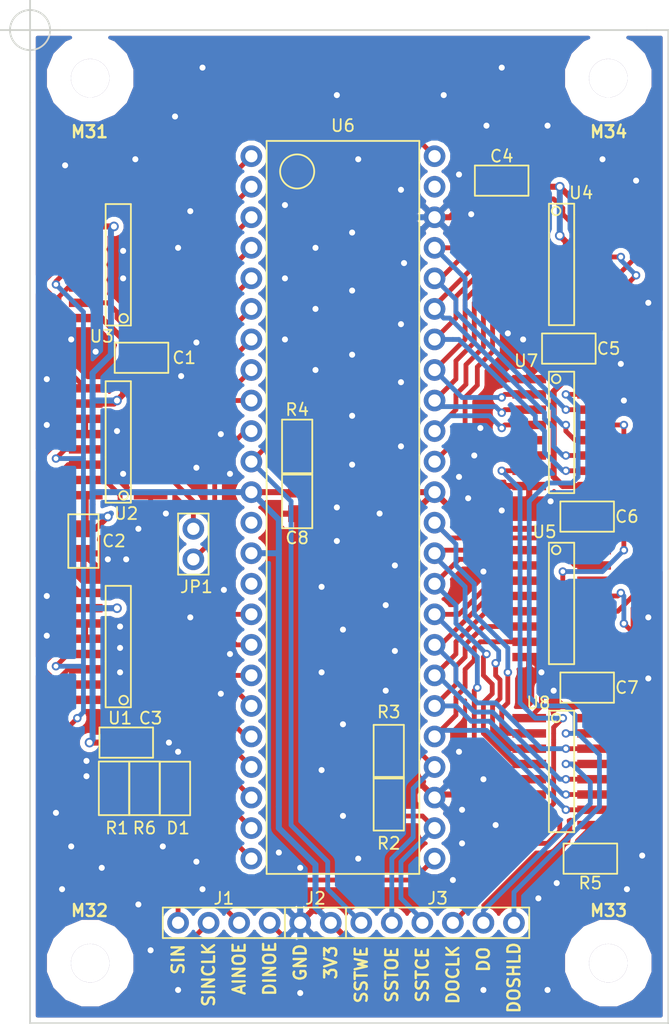
<source format=kicad_pcb>
(kicad_pcb (version 4) (host pcbnew 4.0.7)
  (layers (0 F.Cu signal) (31 B.Cu signal) (37 F.SilkS user) (38 B.Mask user) (39 F.Mask user) (44 Edge.Cuts user))
  (net 0 "")
  (net 1 +3V3_)
  (net 2 GND_)
  (net 3 "Net-(D1-Pad2)")
  (net 4 /SERIAL_IN)
  (net 5 /SERIAL_IN_CLK)
  (net 6 /ADDR_IN_OE)
  (net 7 /DATA_IN_OE)
  (net 8 /SST_OE)
  (net 9 /SST_CE)
  (net 10 /SST_WE)
  (net 11 /DATA_OUT_SHLD)
  (net 12 /DATA_OUT_CLK)
  (net 13 /DATA_OUT)
  (net 14 /A20)
  (net 15 "Net-(JP1-Pad2)")
  (net 16 /A1)
  (net 17 /A2)
  (net 18 /A3)
  (net 19 /A4)
  (net 20 /A5)
  (net 21 /A6)
  (net 22 /A7)
  (net 23 /A0)
  (net 24 "Net-(U1-Pad9)")
  (net 25 /A18)
  (net 26 /A19)
  (net 27 /A8)
  (net 28 /A9)
  (net 29 /A10)
  (net 30 /A11)
  (net 31 /A17)
  (net 32 "Net-(U2-Pad9)")
  (net 33 /A13)
  (net 34 /A14)
  (net 35 /A15)
  (net 36 /A16)
  (net 37 "Net-(U3-Pad5)")
  (net 38 "Net-(U3-Pad6)")
  (net 39 "Net-(U3-Pad7)")
  (net 40 /A12)
  (net 41 "Net-(U3-Pad9)")
  (net 42 /D7)
  (net 43 /D14)
  (net 44 /D6)
  (net 45 /D13)
  (net 46 /D5)
  (net 47 /D12)
  (net 48 /D4)
  (net 49 /D15)
  (net 50 "Net-(U4-Pad9)")
  (net 51 /D3)
  (net 52 /D10)
  (net 53 /D2)
  (net 54 /D9)
  (net 55 /D1)
  (net 56 /D8)
  (net 57 /D0)
  (net 58 /D11)
  (net 59 "Net-(U5-Pad9)")
  (net 60 "Net-(U7-Pad13)")
  (module alf64_mods:0805 (layer F.Cu) (at 96.52 76.454)
    (fp_text reference C1 (at 3.302 0) (layer F.SilkS))
    (fp_text value 100n)
    (pad 1 smd rect (at -1.27 0) (size 1.4 1.5) (layers F.Cu F.Mask) (net 1 +3V3_))
    (pad 2 smd rect (at 0.7747 0) (size 1.4 1.5) (layers F.Cu F.Mask) (net 2 GND_))
  )
  (module alf64_mods:0805 (layer F.Cu) (at 91.44 91.948 270)
    (fp_text reference C2 (at -0.254 -2.54 360) (layer F.SilkS))
    (fp_text value 100n)
    (pad 1 smd rect (at -1.27 0 270) (size 1.4 1.5) (layers F.Cu F.Mask) (net 1 +3V3_))
    (pad 2 smd rect (at 0.7747 0 270) (size 1.4 1.5) (layers F.Cu F.Mask) (net 2 GND_))
  )
  (module alf64_mods:0805 (layer F.Cu) (at 95.25 108.458)
    (fp_text reference C3 (at 1.778 -2.032) (layer F.SilkS))
    (fp_text value 100n)
    (pad 1 smd rect (at -1.27 0) (size 1.4 1.5) (layers F.Cu F.Mask) (net 1 +3V3_))
    (pad 2 smd rect (at 0.7747 0) (size 1.4 1.5) (layers F.Cu F.Mask) (net 2 GND_))
  )
  (module alf64_mods:0805 (layer F.Cu) (at 125.984 61.722 180)
    (fp_text reference C4 (at -0.254 2.032 180) (layer F.SilkS))
    (fp_text value 100n)
    (pad 1 smd rect (at -1.27 0 180) (size 1.4 1.5) (layers F.Cu F.Mask) (net 1 +3V3_))
    (pad 2 smd rect (at 0.7747 0 180) (size 1.4 1.5) (layers F.Cu F.Mask) (net 2 GND_))
  )
  (module alf64_mods:0805 (layer F.Cu) (at 131.572 75.692 180)
    (fp_text reference C5 (at -3.556 0 180) (layer F.SilkS))
    (fp_text value 100n)
    (pad 1 smd rect (at -1.27 0 180) (size 1.4 1.5) (layers F.Cu F.Mask) (net 1 +3V3_))
    (pad 2 smd rect (at 0.7747 0 180) (size 1.4 1.5) (layers F.Cu F.Mask) (net 2 GND_))
  )
  (module alf64_mods:0805 (layer F.Cu) (at 133.096 89.662 180)
    (fp_text reference C6 (at -3.556 0 180) (layer F.SilkS))
    (fp_text value 100n)
    (pad 1 smd rect (at -1.27 0 180) (size 1.4 1.5) (layers F.Cu F.Mask) (net 1 +3V3_))
    (pad 2 smd rect (at 0.7747 0 180) (size 1.4 1.5) (layers F.Cu F.Mask) (net 2 GND_))
  )
  (module alf64_mods:0805 (layer F.Cu) (at 133.096 103.886 180)
    (fp_text reference C7 (at -3.556 0 180) (layer F.SilkS))
    (fp_text value 100n)
    (pad 1 smd rect (at -1.27 0 180) (size 1.4 1.5) (layers F.Cu F.Mask) (net 1 +3V3_))
    (pad 2 smd rect (at 0.7747 0 180) (size 1.4 1.5) (layers F.Cu F.Mask) (net 2 GND_))
  )
  (module alf64_mods:0805 (layer F.Cu) (at 109.22 88.646 270)
    (fp_text reference C8 (at 2.794 0 360) (layer F.SilkS))
    (fp_text value 100n)
    (pad 1 smd rect (at -1.27 0 270) (size 1.4 1.5) (layers F.Cu F.Mask) (net 1 +3V3_))
    (pad 2 smd rect (at 0.7747 0 270) (size 1.4 1.5) (layers F.Cu F.Mask) (net 2 GND_))
  )
  (module alf64_mods:0805 (layer F.Cu) (at 99.06 112.522 270)
    (fp_text reference D1 (at 3.048 -0.254 360) (layer F.SilkS))
    (fp_text value LED)
    (pad 1 smd rect (at -1.27 0 270) (size 1.4 1.5) (layers F.Cu F.Mask) (net 2 GND_))
    (pad 2 smd rect (at 0.7747 0 270) (size 1.4 1.5) (layers F.Cu F.Mask) (net 3 "Net-(D1-Pad2)"))
  )
  (module alf64_mods:PINHEAD1x4 (layer F.Cu) (at 103.124 123.444)
    (fp_text reference J1 (at 0 -2.032) (layer F.SilkS))
    (fp_text value Conn_01x04)
    (pad 1 thru_hole circle (at -3.81 0) (size 1.8 1.8) (drill 1.02) (layers *.Cu *.Mask) (net 4 /SERIAL_IN))
    (pad 2 thru_hole circle (at -1.27 0) (size 1.8 1.8) (drill 1.02) (layers *.Cu *.Mask) (net 5 /SERIAL_IN_CLK))
    (pad 3 thru_hole circle (at 1.27 0) (size 1.8 1.8) (drill 1.02) (layers *.Cu *.Mask) (net 6 /ADDR_IN_OE))
    (pad 4 thru_hole circle (at 3.81 0) (size 1.8 1.8) (drill 1.02) (layers *.Cu *.Mask) (net 7 /DATA_IN_OE))
  )
  (module alf64_mods:PINHEAD1x2 (layer F.Cu) (at 110.744 123.444 180)
    (fp_text reference J2 (at 0 2.032 180) (layer F.SilkS))
    (fp_text value Conn_01x02)
    (pad 1 thru_hole circle (at -1.27 0 180) (size 1.8 1.8) (drill 1.02) (layers *.Cu *.Mask) (net 1 +3V3_))
    (pad 2 thru_hole circle (at 1.27 0 180) (size 1.8 1.8) (drill 1.02) (layers *.Cu *.Mask) (net 2 GND_))
  )
  (module alf64_mods:PINHEAD1x6 (layer F.Cu) (at 120.904 123.444)
    (fp_text reference J3 (at 0 -2.032) (layer F.SilkS))
    (fp_text value Conn_01x06)
    (pad 1 thru_hole circle (at -6.35 0) (size 1.8 1.8) (drill 1.02) (layers *.Cu *.Mask) (net 10 /SST_WE))
    (pad 2 thru_hole circle (at -3.81 0) (size 1.8 1.8) (drill 1.02) (layers *.Cu *.Mask) (net 8 /SST_OE))
    (pad 3 thru_hole circle (at -1.27 0) (size 1.8 1.8) (drill 1.02) (layers *.Cu *.Mask) (net 9 /SST_CE))
    (pad 4 thru_hole circle (at 1.27 0) (size 1.8 1.8) (drill 1.02) (layers *.Cu *.Mask) (net 12 /DATA_OUT_CLK))
    (pad 5 thru_hole circle (at 3.81 0) (size 1.8 1.8) (drill 1.02) (layers *.Cu *.Mask) (net 13 /DATA_OUT))
    (pad 6 thru_hole circle (at 6.35 0) (size 1.8 1.8) (drill 1.02) (layers *.Cu *.Mask) (net 11 /DATA_OUT_SHLD))
  )
  (module alf64_mods:PINHEAD1x2 (layer F.Cu) (at 100.584 91.948 270)
    (fp_text reference JP1 (at 3.556 -0.254 360) (layer F.SilkS))
    (fp_text value JMP)
    (pad 1 thru_hole circle (at -1.27 0 270) (size 1.8 1.8) (drill 1.02) (layers *.Cu *.Mask) (net 14 /A20))
    (pad 2 thru_hole circle (at 1.27 0 270) (size 1.8 1.8) (drill 1.02) (layers *.Cu *.Mask) (net 15 "Net-(JP1-Pad2)"))
  )
  (module alf64_mods:0805 (layer F.Cu) (at 93.98 112.014 90)
    (fp_text reference R1 (at -3.556 0.254 180) (layer F.SilkS))
    (fp_text value 10k)
    (pad 1 smd rect (at -1.27 0 90) (size 1.4 1.5) (layers F.Cu F.Mask) (net 6 /ADDR_IN_OE))
    (pad 2 smd rect (at 0.7747 0 90) (size 1.4 1.5) (layers F.Cu F.Mask) (net 1 +3V3_))
  )
  (module alf64_mods:0805 (layer F.Cu) (at 116.84 113.792 270)
    (fp_text reference R2 (at 3.048 0 360) (layer F.SilkS))
    (fp_text value 10k)
    (pad 1 smd rect (at -1.27 0 270) (size 1.4 1.5) (layers F.Cu F.Mask) (net 1 +3V3_))
    (pad 2 smd rect (at 0.7747 0 270) (size 1.4 1.5) (layers F.Cu F.Mask) (net 9 /SST_CE))
  )
  (module alf64_mods:0805 (layer F.Cu) (at 116.84 108.966 90)
    (fp_text reference R3 (at 3.048 0 180) (layer F.SilkS))
    (fp_text value 10k)
    (pad 1 smd rect (at -1.27 0 90) (size 1.4 1.5) (layers F.Cu F.Mask) (net 1 +3V3_))
    (pad 2 smd rect (at 0.7747 0 90) (size 1.4 1.5) (layers F.Cu F.Mask) (net 8 /SST_OE))
  )
  (module alf64_mods:0805 (layer F.Cu) (at 109.22 84.074 270)
    (fp_text reference R4 (at -3.302 0 360) (layer F.SilkS))
    (fp_text value 10k)
    (pad 1 smd rect (at -1.27 0 270) (size 1.4 1.5) (layers F.Cu F.Mask) (net 10 /SST_WE))
    (pad 2 smd rect (at 0.7747 0 270) (size 1.4 1.5) (layers F.Cu F.Mask) (net 1 +3V3_))
  )
  (module alf64_mods:0805 (layer F.Cu) (at 133.858 118.11)
    (fp_text reference R5 (at -0.254 2.032) (layer F.SilkS))
    (fp_text value 10k)
    (pad 1 smd rect (at -1.27 0) (size 1.4 1.5) (layers F.Cu F.Mask) (net 1 +3V3_))
    (pad 2 smd rect (at 0.7747 0) (size 1.4 1.5) (layers F.Cu F.Mask) (net 7 /DATA_IN_OE))
  )
  (module alf64_mods:0805 (layer F.Cu) (at 96.52 112.014 90)
    (fp_text reference R6 (at -3.556 0 180) (layer F.SilkS))
    (fp_text value 3,3k)
    (pad 1 smd rect (at -1.27 0 90) (size 1.4 1.5) (layers F.Cu F.Mask) (net 3 "Net-(D1-Pad2)"))
    (pad 2 smd rect (at 0.7747 0 90) (size 1.4 1.5) (layers F.Cu F.Mask) (net 1 +3V3_))
  )
  (module alf64_mods:SO16 (layer F.Cu) (at 94.488 99.822 180)
    (fp_text reference U1 (at 0 -6.604 180) (layer F.SilkS))
    (fp_text value 74HC595N)
    (pad 1 smd rect (at -2.54 -5.08 180) (size 2.8 0.7) (layers F.Cu F.Mask) (net 16 /A1))
    (pad 2 smd rect (at -2.54 -3.81 180) (size 2.8 0.7) (layers F.Cu F.Mask) (net 17 /A2))
    (pad 3 smd rect (at -2.54 -2.54 180) (size 2.8 0.7) (layers F.Cu F.Mask) (net 18 /A3))
    (pad 4 smd rect (at -2.54 -1.27 180) (size 2.8 0.7) (layers F.Cu F.Mask) (net 19 /A4))
    (pad 5 smd rect (at -2.54 0 180) (size 2.8 0.7) (layers F.Cu F.Mask) (net 20 /A5))
    (pad 6 smd rect (at -2.54 1.27 180) (size 2.8 0.7) (layers F.Cu F.Mask) (net 21 /A6))
    (pad 7 smd rect (at -2.54 2.54 180) (size 2.8 0.7) (layers F.Cu F.Mask) (net 22 /A7))
    (pad 10 smd rect (at 2.8575 2.54 180) (size 2.8 0.7) (layers F.Cu F.Mask) (net 1 +3V3_))
    (pad 11 smd rect (at 2.8575 1.27 180) (size 2.8 0.7) (layers F.Cu F.Mask) (net 5 /SERIAL_IN_CLK))
    (pad 12 smd rect (at 2.8575 0 180) (size 2.8 0.7) (layers F.Cu F.Mask) (net 5 /SERIAL_IN_CLK))
    (pad 13 smd rect (at 2.8575 -1.27 180) (size 2.8 0.7) (layers F.Cu F.Mask) (net 6 /ADDR_IN_OE))
    (pad 14 smd rect (at 2.8575 -2.54 180) (size 2.8 0.7) (layers F.Cu F.Mask) (net 4 /SERIAL_IN))
    (pad 15 smd rect (at 2.8575 -3.81 180) (size 2.8 0.7) (layers F.Cu F.Mask) (net 23 /A0))
    (pad 16 smd rect (at 2.8575 -5.08 180) (size 2.8 0.7) (layers F.Cu F.Mask) (net 1 +3V3_))
    (pad 8 smd rect (at -2.54 3.81 180) (size 2.8 0.7) (layers F.Cu F.Mask) (net 2 GND_))
    (pad 9 smd rect (at 2.8575 3.81 180) (size 2.8 0.7) (layers F.Cu F.Mask) (net 24 "Net-(U1-Pad9)"))
  )
  (module alf64_mods:SO16 (layer F.Cu) (at 94.488 82.804 180)
    (fp_text reference U2 (at -0.508 -6.604 180) (layer F.SilkS))
    (fp_text value 74HC595N)
    (pad 1 smd rect (at -2.54 -5.08 180) (size 2.8 0.7) (layers F.Cu F.Mask) (net 25 /A18))
    (pad 2 smd rect (at -2.54 -3.81 180) (size 2.8 0.7) (layers F.Cu F.Mask) (net 14 /A20))
    (pad 3 smd rect (at -2.54 -2.54 180) (size 2.8 0.7) (layers F.Cu F.Mask) (net 26 /A19))
    (pad 4 smd rect (at -2.54 -1.27 180) (size 2.8 0.7) (layers F.Cu F.Mask) (net 27 /A8))
    (pad 5 smd rect (at -2.54 0 180) (size 2.8 0.7) (layers F.Cu F.Mask) (net 28 /A9))
    (pad 6 smd rect (at -2.54 1.27 180) (size 2.8 0.7) (layers F.Cu F.Mask) (net 29 /A10))
    (pad 7 smd rect (at -2.54 2.54 180) (size 2.8 0.7) (layers F.Cu F.Mask) (net 30 /A11))
    (pad 10 smd rect (at 2.8575 2.54 180) (size 2.8 0.7) (layers F.Cu F.Mask) (net 1 +3V3_))
    (pad 11 smd rect (at 2.8575 1.27 180) (size 2.8 0.7) (layers F.Cu F.Mask) (net 5 /SERIAL_IN_CLK))
    (pad 12 smd rect (at 2.8575 0 180) (size 2.8 0.7) (layers F.Cu F.Mask) (net 5 /SERIAL_IN_CLK))
    (pad 13 smd rect (at 2.8575 -1.27 180) (size 2.8 0.7) (layers F.Cu F.Mask) (net 6 /ADDR_IN_OE))
    (pad 14 smd rect (at 2.8575 -2.54 180) (size 2.8 0.7) (layers F.Cu F.Mask) (net 24 "Net-(U1-Pad9)"))
    (pad 15 smd rect (at 2.8575 -3.81 180) (size 2.8 0.7) (layers F.Cu F.Mask) (net 31 /A17))
    (pad 16 smd rect (at 2.8575 -5.08 180) (size 2.8 0.7) (layers F.Cu F.Mask) (net 1 +3V3_))
    (pad 8 smd rect (at -2.54 3.81 180) (size 2.8 0.7) (layers F.Cu F.Mask) (net 2 GND_))
    (pad 9 smd rect (at 2.8575 3.81 180) (size 2.8 0.7) (layers F.Cu F.Mask) (net 32 "Net-(U2-Pad9)"))
  )
  (module alf64_mods:SO16 (layer F.Cu) (at 94.488 68.072 180)
    (fp_text reference U3 (at 1.524 -6.604 180) (layer F.SilkS))
    (fp_text value 74HC595N)
    (pad 1 smd rect (at -2.54 -5.08 180) (size 2.8 0.7) (layers F.Cu F.Mask) (net 33 /A13))
    (pad 2 smd rect (at -2.54 -3.81 180) (size 2.8 0.7) (layers F.Cu F.Mask) (net 34 /A14))
    (pad 3 smd rect (at -2.54 -2.54 180) (size 2.8 0.7) (layers F.Cu F.Mask) (net 35 /A15))
    (pad 4 smd rect (at -2.54 -1.27 180) (size 2.8 0.7) (layers F.Cu F.Mask) (net 36 /A16))
    (pad 5 smd rect (at -2.54 0 180) (size 2.8 0.7) (layers F.Cu F.Mask) (net 37 "Net-(U3-Pad5)"))
    (pad 6 smd rect (at -2.54 1.27 180) (size 2.8 0.7) (layers F.Cu F.Mask) (net 38 "Net-(U3-Pad6)"))
    (pad 7 smd rect (at -2.54 2.54 180) (size 2.8 0.7) (layers F.Cu F.Mask) (net 39 "Net-(U3-Pad7)"))
    (pad 10 smd rect (at 2.8575 2.54 180) (size 2.8 0.7) (layers F.Cu F.Mask) (net 1 +3V3_))
    (pad 11 smd rect (at 2.8575 1.27 180) (size 2.8 0.7) (layers F.Cu F.Mask) (net 5 /SERIAL_IN_CLK))
    (pad 12 smd rect (at 2.8575 0 180) (size 2.8 0.7) (layers F.Cu F.Mask) (net 5 /SERIAL_IN_CLK))
    (pad 13 smd rect (at 2.8575 -1.27 180) (size 2.8 0.7) (layers F.Cu F.Mask) (net 6 /ADDR_IN_OE))
    (pad 14 smd rect (at 2.8575 -2.54 180) (size 2.8 0.7) (layers F.Cu F.Mask) (net 32 "Net-(U2-Pad9)"))
    (pad 15 smd rect (at 2.8575 -3.81 180) (size 2.8 0.7) (layers F.Cu F.Mask) (net 40 /A12))
    (pad 16 smd rect (at 2.8575 -5.08 180) (size 2.8 0.7) (layers F.Cu F.Mask) (net 1 +3V3_))
    (pad 8 smd rect (at -2.54 3.81 180) (size 2.8 0.7) (layers F.Cu F.Mask) (net 2 GND_))
    (pad 9 smd rect (at 2.8575 3.81 180) (size 2.8 0.7) (layers F.Cu F.Mask) (net 41 "Net-(U3-Pad9)"))
  )
  (module alf64_mods:SO16 (layer F.Cu) (at 131.064 69.342)
    (fp_text reference U4 (at 1.778 -6.604) (layer F.SilkS))
    (fp_text value 74HC595N)
    (pad 1 smd rect (at -2.54 -5.08) (size 2.8 0.7) (layers F.Cu F.Mask) (net 42 /D7))
    (pad 2 smd rect (at -2.54 -3.81) (size 2.8 0.7) (layers F.Cu F.Mask) (net 43 /D14))
    (pad 3 smd rect (at -2.54 -2.54) (size 2.8 0.7) (layers F.Cu F.Mask) (net 44 /D6))
    (pad 4 smd rect (at -2.54 -1.27) (size 2.8 0.7) (layers F.Cu F.Mask) (net 45 /D13))
    (pad 5 smd rect (at -2.54 0) (size 2.8 0.7) (layers F.Cu F.Mask) (net 46 /D5))
    (pad 6 smd rect (at -2.54 1.27) (size 2.8 0.7) (layers F.Cu F.Mask) (net 47 /D12))
    (pad 7 smd rect (at -2.54 2.54) (size 2.8 0.7) (layers F.Cu F.Mask) (net 48 /D4))
    (pad 10 smd rect (at 2.8575 2.54) (size 2.8 0.7) (layers F.Cu F.Mask) (net 1 +3V3_))
    (pad 11 smd rect (at 2.8575 1.27) (size 2.8 0.7) (layers F.Cu F.Mask) (net 5 /SERIAL_IN_CLK))
    (pad 12 smd rect (at 2.8575 0) (size 2.8 0.7) (layers F.Cu F.Mask) (net 5 /SERIAL_IN_CLK))
    (pad 13 smd rect (at 2.8575 -1.27) (size 2.8 0.7) (layers F.Cu F.Mask) (net 7 /DATA_IN_OE))
    (pad 14 smd rect (at 2.8575 -2.54) (size 2.8 0.7) (layers F.Cu F.Mask) (net 41 "Net-(U3-Pad9)"))
    (pad 15 smd rect (at 2.8575 -3.81) (size 2.8 0.7) (layers F.Cu F.Mask) (net 49 /D15))
    (pad 16 smd rect (at 2.8575 -5.08) (size 2.8 0.7) (layers F.Cu F.Mask) (net 1 +3V3_))
    (pad 8 smd rect (at -2.54 3.81) (size 2.8 0.7) (layers F.Cu F.Mask) (net 2 GND_))
    (pad 9 smd rect (at 2.8575 3.81) (size 2.8 0.7) (layers F.Cu F.Mask) (net 50 "Net-(U4-Pad9)"))
  )
  (module alf64_mods:SO16 (layer F.Cu) (at 131.064 97.536)
    (fp_text reference U5 (at -1.27 -6.604) (layer F.SilkS))
    (fp_text value 74HC595N)
    (pad 1 smd rect (at -2.54 -5.08) (size 2.8 0.7) (layers F.Cu F.Mask) (net 51 /D3))
    (pad 2 smd rect (at -2.54 -3.81) (size 2.8 0.7) (layers F.Cu F.Mask) (net 52 /D10))
    (pad 3 smd rect (at -2.54 -2.54) (size 2.8 0.7) (layers F.Cu F.Mask) (net 53 /D2))
    (pad 4 smd rect (at -2.54 -1.27) (size 2.8 0.7) (layers F.Cu F.Mask) (net 54 /D9))
    (pad 5 smd rect (at -2.54 0) (size 2.8 0.7) (layers F.Cu F.Mask) (net 55 /D1))
    (pad 6 smd rect (at -2.54 1.27) (size 2.8 0.7) (layers F.Cu F.Mask) (net 56 /D8))
    (pad 7 smd rect (at -2.54 2.54) (size 2.8 0.7) (layers F.Cu F.Mask) (net 57 /D0))
    (pad 10 smd rect (at 2.8575 2.54) (size 2.8 0.7) (layers F.Cu F.Mask) (net 1 +3V3_))
    (pad 11 smd rect (at 2.8575 1.27) (size 2.8 0.7) (layers F.Cu F.Mask) (net 5 /SERIAL_IN_CLK))
    (pad 12 smd rect (at 2.8575 0) (size 2.8 0.7) (layers F.Cu F.Mask) (net 5 /SERIAL_IN_CLK))
    (pad 13 smd rect (at 2.8575 -1.27) (size 2.8 0.7) (layers F.Cu F.Mask) (net 7 /DATA_IN_OE))
    (pad 14 smd rect (at 2.8575 -2.54) (size 2.8 0.7) (layers F.Cu F.Mask) (net 50 "Net-(U4-Pad9)"))
    (pad 15 smd rect (at 2.8575 -3.81) (size 2.8 0.7) (layers F.Cu F.Mask) (net 58 /D11))
    (pad 16 smd rect (at 2.8575 -5.08) (size 2.8 0.7) (layers F.Cu F.Mask) (net 1 +3V3_))
    (pad 8 smd rect (at -2.54 3.81) (size 2.8 0.7) (layers F.Cu F.Mask) (net 2 GND_))
    (pad 9 smd rect (at 2.8575 3.81) (size 2.8 0.7) (layers F.Cu F.Mask) (net 59 "Net-(U5-Pad9)"))
  )
  (module alf64_mods:DIP48 (layer F.Cu) (at 113.03 87.63)
    (fp_text reference U6 (at 0 -30.48) (layer F.SilkS))
    (fp_text value SST39VF3201_3202)
    (pad 1 thru_hole circle (at -7.62 -27.94) (size 1.8 1.8) (drill 1.02) (layers *.Cu *.Mask) (net 35 /A15))
    (pad 2 thru_hole circle (at -7.62 -25.4) (size 1.8 1.8) (drill 1.02) (layers *.Cu *.Mask) (net 34 /A14))
    (pad 3 thru_hole circle (at -7.62 -22.86) (size 1.8 1.8) (drill 1.02) (layers *.Cu *.Mask) (net 33 /A13))
    (pad 4 thru_hole circle (at -7.62 -20.32) (size 1.8 1.8) (drill 1.02) (layers *.Cu *.Mask) (net 40 /A12))
    (pad 5 thru_hole circle (at -7.62 -17.78) (size 1.8 1.8) (drill 1.02) (layers *.Cu *.Mask) (net 30 /A11))
    (pad 6 thru_hole circle (at -7.62 -15.24) (size 1.8 1.8) (drill 1.02) (layers *.Cu *.Mask) (net 29 /A10))
    (pad 7 thru_hole circle (at -7.62 -12.7) (size 1.8 1.8) (drill 1.02) (layers *.Cu *.Mask) (net 28 /A9))
    (pad 8 thru_hole circle (at -7.62 -10.16) (size 1.8 1.8) (drill 1.02) (layers *.Cu *.Mask) (net 27 /A8))
    (pad 9 thru_hole circle (at -7.62 -7.62) (size 1.8 1.8) (drill 1.02) (layers *.Cu *.Mask) (net 26 /A19))
    (pad 10 thru_hole circle (at -7.62 -5.08) (size 1.8 1.8) (drill 1.02) (layers *.Cu *.Mask) (net 15 "Net-(JP1-Pad2)"))
    (pad 11 thru_hole circle (at -7.62 -2.54) (size 1.8 1.8) (drill 1.02) (layers *.Cu *.Mask) (net 10 /SST_WE))
    (pad 12 thru_hole circle (at -7.62 0) (size 1.8 1.8) (drill 1.02) (layers *.Cu *.Mask) (net 1 +3V3_))
    (pad 13 thru_hole circle (at -7.62 2.54) (size 1.8 1.8) (drill 1.02) (layers *.Cu *.Mask))
    (pad 14 thru_hole circle (at -7.62 5.08) (size 1.8 1.8) (drill 1.02) (layers *.Cu *.Mask) (net 1 +3V3_))
    (pad 15 thru_hole circle (at -7.62 7.62) (size 1.8 1.8) (drill 1.02) (layers *.Cu *.Mask))
    (pad 16 thru_hole circle (at -7.62 10.16) (size 1.8 1.8) (drill 1.02) (layers *.Cu *.Mask) (net 25 /A18))
    (pad 17 thru_hole circle (at -7.62 12.7) (size 1.8 1.8) (drill 1.02) (layers *.Cu *.Mask) (net 31 /A17))
    (pad 18 thru_hole circle (at -7.62 15.24) (size 1.8 1.8) (drill 1.02) (layers *.Cu *.Mask) (net 22 /A7))
    (pad 19 thru_hole circle (at -7.62 17.78) (size 1.8 1.8) (drill 1.02) (layers *.Cu *.Mask) (net 21 /A6))
    (pad 20 thru_hole circle (at -7.62 20.32) (size 1.8 1.8) (drill 1.02) (layers *.Cu *.Mask) (net 20 /A5))
    (pad 21 thru_hole circle (at -7.62 22.86) (size 1.8 1.8) (drill 1.02) (layers *.Cu *.Mask) (net 19 /A4))
    (pad 22 thru_hole circle (at -7.62 25.4) (size 1.8 1.8) (drill 1.02) (layers *.Cu *.Mask) (net 18 /A3))
    (pad 23 thru_hole circle (at -7.62 27.94) (size 1.8 1.8) (drill 1.02) (layers *.Cu *.Mask) (net 17 /A2))
    (pad 24 thru_hole circle (at -7.62 30.48) (size 1.8 1.8) (drill 1.02) (layers *.Cu *.Mask) (net 16 /A1))
    (pad 25 thru_hole circle (at 7.62 30.48) (size 1.8 1.8) (drill 1.02) (layers *.Cu *.Mask) (net 23 /A0))
    (pad 26 thru_hole circle (at 7.62 27.94) (size 1.8 1.8) (drill 1.02) (layers *.Cu *.Mask) (net 9 /SST_CE))
    (pad 27 thru_hole circle (at 7.62 25.4) (size 1.8 1.8) (drill 1.02) (layers *.Cu *.Mask) (net 2 GND_))
    (pad 28 thru_hole circle (at 7.62 22.86) (size 1.8 1.8) (drill 1.02) (layers *.Cu *.Mask) (net 8 /SST_OE))
    (pad 29 thru_hole circle (at 7.62 20.32) (size 1.8 1.8) (drill 1.02) (layers *.Cu *.Mask) (net 57 /D0))
    (pad 30 thru_hole circle (at 7.62 17.78) (size 1.8 1.8) (drill 1.02) (layers *.Cu *.Mask) (net 56 /D8))
    (pad 31 thru_hole circle (at 7.62 15.24) (size 1.8 1.8) (drill 1.02) (layers *.Cu *.Mask) (net 55 /D1))
    (pad 32 thru_hole circle (at 7.62 12.7) (size 1.8 1.8) (drill 1.02) (layers *.Cu *.Mask) (net 54 /D9))
    (pad 33 thru_hole circle (at 7.62 10.16) (size 1.8 1.8) (drill 1.02) (layers *.Cu *.Mask) (net 53 /D2))
    (pad 34 thru_hole circle (at 7.62 7.62) (size 1.8 1.8) (drill 1.02) (layers *.Cu *.Mask) (net 52 /D10))
    (pad 35 thru_hole circle (at 7.62 5.08) (size 1.8 1.8) (drill 1.02) (layers *.Cu *.Mask) (net 51 /D3))
    (pad 36 thru_hole circle (at 7.62 2.54) (size 1.8 1.8) (drill 1.02) (layers *.Cu *.Mask) (net 58 /D11))
    (pad 37 thru_hole circle (at 7.62 0) (size 1.8 1.8) (drill 1.02) (layers *.Cu *.Mask) (net 1 +3V3_))
    (pad 38 thru_hole circle (at 7.62 -2.54) (size 1.8 1.8) (drill 1.02) (layers *.Cu *.Mask) (net 48 /D4))
    (pad 39 thru_hole circle (at 7.62 -5.08) (size 1.8 1.8) (drill 1.02) (layers *.Cu *.Mask) (net 47 /D12))
    (pad 40 thru_hole circle (at 7.62 -7.62) (size 1.8 1.8) (drill 1.02) (layers *.Cu *.Mask) (net 46 /D5))
    (pad 41 thru_hole circle (at 7.62 -10.16) (size 1.8 1.8) (drill 1.02) (layers *.Cu *.Mask) (net 45 /D13))
    (pad 42 thru_hole circle (at 7.62 -12.7) (size 1.8 1.8) (drill 1.02) (layers *.Cu *.Mask) (net 44 /D6))
    (pad 43 thru_hole circle (at 7.62 -15.24) (size 1.8 1.8) (drill 1.02) (layers *.Cu *.Mask) (net 43 /D14))
    (pad 44 thru_hole circle (at 7.62 -17.78) (size 1.8 1.8) (drill 1.02) (layers *.Cu *.Mask) (net 42 /D7))
    (pad 45 thru_hole circle (at 7.62 -20.32) (size 1.8 1.8) (drill 1.02) (layers *.Cu *.Mask) (net 49 /D15))
    (pad 46 thru_hole circle (at 7.62 -22.86) (size 1.8 1.8) (drill 1.02) (layers *.Cu *.Mask) (net 2 GND_))
    (pad 47 thru_hole circle (at 7.62 -25.4) (size 1.8 1.8) (drill 1.02) (layers *.Cu *.Mask))
    (pad 48 thru_hole circle (at 7.62 -27.94) (size 1.8 1.8) (drill 1.02) (layers *.Cu *.Mask) (net 36 /A16))
  )
  (module alf64_mods:SO16 (layer F.Cu) (at 131.064 83.312)
    (fp_text reference U7 (at -2.794 -6.604) (layer F.SilkS))
    (fp_text value 74LS166N)
    (pad 1 smd rect (at -2.54 -5.08) (size 2.8 0.7) (layers F.Cu F.Mask) (net 2 GND_))
    (pad 2 smd rect (at -2.54 -3.81) (size 2.8 0.7) (layers F.Cu F.Mask) (net 45 /D13))
    (pad 3 smd rect (at -2.54 -2.54) (size 2.8 0.7) (layers F.Cu F.Mask) (net 46 /D5))
    (pad 4 smd rect (at -2.54 -1.27) (size 2.8 0.7) (layers F.Cu F.Mask) (net 47 /D12))
    (pad 5 smd rect (at -2.54 0) (size 2.8 0.7) (layers F.Cu F.Mask) (net 48 /D4))
    (pad 6 smd rect (at -2.54 1.27) (size 2.8 0.7) (layers F.Cu F.Mask) (net 2 GND_))
    (pad 7 smd rect (at -2.54 2.54) (size 2.8 0.7) (layers F.Cu F.Mask) (net 12 /DATA_OUT_CLK))
    (pad 10 smd rect (at 2.8575 2.54) (size 2.8 0.7) (layers F.Cu F.Mask) (net 44 /D6))
    (pad 11 smd rect (at 2.8575 1.27) (size 2.8 0.7) (layers F.Cu F.Mask) (net 43 /D14))
    (pad 12 smd rect (at 2.8575 0) (size 2.8 0.7) (layers F.Cu F.Mask) (net 42 /D7))
    (pad 13 smd rect (at 2.8575 -1.27) (size 2.8 0.7) (layers F.Cu F.Mask) (net 60 "Net-(U7-Pad13)"))
    (pad 14 smd rect (at 2.8575 -2.54) (size 2.8 0.7) (layers F.Cu F.Mask) (net 49 /D15))
    (pad 15 smd rect (at 2.8575 -3.81) (size 2.8 0.7) (layers F.Cu F.Mask) (net 11 /DATA_OUT_SHLD))
    (pad 16 smd rect (at 2.8575 -5.08) (size 2.8 0.7) (layers F.Cu F.Mask) (net 1 +3V3_))
    (pad 8 smd rect (at -2.54 3.81) (size 2.8 0.7) (layers F.Cu F.Mask) (net 2 GND_))
    (pad 9 smd rect (at 2.8575 3.81) (size 2.8 0.7) (layers F.Cu F.Mask) (net 1 +3V3_))
  )
  (module alf64_mods:SO16 (layer F.Cu) (at 131.064 111.506)
    (fp_text reference U8 (at -1.778 -6.35) (layer F.SilkS))
    (fp_text value 74LS166N)
    (pad 1 smd rect (at -2.54 -5.08) (size 2.8 0.7) (layers F.Cu F.Mask) (net 60 "Net-(U7-Pad13)"))
    (pad 2 smd rect (at -2.54 -3.81) (size 2.8 0.7) (layers F.Cu F.Mask) (net 58 /D11))
    (pad 3 smd rect (at -2.54 -2.54) (size 2.8 0.7) (layers F.Cu F.Mask) (net 51 /D3))
    (pad 4 smd rect (at -2.54 -1.27) (size 2.8 0.7) (layers F.Cu F.Mask) (net 52 /D10))
    (pad 5 smd rect (at -2.54 0) (size 2.8 0.7) (layers F.Cu F.Mask) (net 53 /D2))
    (pad 6 smd rect (at -2.54 1.27) (size 2.8 0.7) (layers F.Cu F.Mask) (net 2 GND_))
    (pad 7 smd rect (at -2.54 2.54) (size 2.8 0.7) (layers F.Cu F.Mask) (net 12 /DATA_OUT_CLK))
    (pad 10 smd rect (at 2.8575 2.54) (size 2.8 0.7) (layers F.Cu F.Mask) (net 57 /D0))
    (pad 11 smd rect (at 2.8575 1.27) (size 2.8 0.7) (layers F.Cu F.Mask) (net 56 /D8))
    (pad 12 smd rect (at 2.8575 0) (size 2.8 0.7) (layers F.Cu F.Mask) (net 55 /D1))
    (pad 13 smd rect (at 2.8575 -1.27) (size 2.8 0.7) (layers F.Cu F.Mask) (net 13 /DATA_OUT))
    (pad 14 smd rect (at 2.8575 -2.54) (size 2.8 0.7) (layers F.Cu F.Mask) (net 54 /D9))
    (pad 15 smd rect (at 2.8575 -3.81) (size 2.8 0.7) (layers F.Cu F.Mask) (net 11 /DATA_OUT_SHLD))
    (pad 16 smd rect (at 2.8575 -5.08) (size 2.8 0.7) (layers F.Cu F.Mask) (net 1 +3V3_))
    (pad 8 smd rect (at -2.54 3.81) (size 2.8 0.7) (layers F.Cu F.Mask) (net 2 GND_))
    (pad 9 smd rect (at 2.8575 3.81) (size 2.8 0.7) (layers F.Cu F.Mask) (net 1 +3V3_))
  )
  (module alf64_mods:MOUNTHOLE_M3 (layer F.Cu) (at 135.1 126.8)
    (fp_text reference M33 (at 0.028 -4.372) (layer F.SilkS) (effects (font (thickness 0.2))))
    (fp_text value MOUNTHOLE_M3)
    (pad 1 thru_hole circle (at 0 0) (size 3.2 3.2) (drill 3.2) (layers *.Cu *.Mask) (clearance 2))
  )
  (module alf64_mods:MOUNTHOLE_M3 (layer F.Cu) (at 92 126.8)
    (fp_text reference M32 (at -0.052 -4.372) (layer F.SilkS) (effects (font (thickness 0.2))))
    (fp_text value MOUNTHOLE_M3)
    (pad 1 thru_hole circle (at 0 0) (size 3.2 3.2) (drill 3.2) (layers *.Cu *.Mask) (clearance 2))
  )
  (module alf64_mods:MOUNTHOLE_M3 (layer F.Cu) (at 92 53.2)
    (fp_text reference M31 (at -0.052 4.458) (layer F.SilkS) (effects (font (thickness 0.2))))
    (fp_text value MOUNTHOLE_M3)
    (pad 1 thru_hole circle (at 0 0) (size 3.2 3.2) (drill 3.2) (layers *.Cu *.Mask) (clearance 2))
  )
  (module alf64_mods:MOUNTHOLE_M3 (layer F.Cu) (at 135.1 53.2)
    (fp_text reference M34 (at 0.028 4.458) (layer F.SilkS) (effects (font (thickness 0.2))))
    (fp_text value MOUNTHOLE_M3)
    (pad 1 thru_hole circle (at 0 0) (size 3.2 3.2) (drill 3.2) (layers *.Cu *.Mask) (clearance 2))
  )
  (target plus (at 87 49.2) (size 5) (width 0.15) (layer Edge.Cuts))
  (gr_line (start 140.1 49.7) (end 140.1 49.2) (angle 90) (layer Edge.Cuts) (width 0.15))
  (gr_line (start 87 49.7) (end 87 49.2) (angle 90) (layer Edge.Cuts) (width 0.15))
  (gr_line (start 140.1 51.2) (end 140.1 49.7) (angle 90) (layer Edge.Cuts) (width 0.15))
  (gr_line (start 87 51.2) (end 87 49.7) (angle 90) (layer Edge.Cuts) (width 0.15))
  (gr_line (start 87 51.2) (end 87 55.2) (angle 90) (layer Edge.Cuts) (width 0.15))
  (gr_line (start 140.1 51.2) (end 140.1 55.2) (angle 90) (layer Edge.Cuts) (width 0.15))
  (gr_line (start 87 131.8) (end 87 55.2) (angle 90) (layer Edge.Cuts) (width 0.15))
  (gr_line (start 140.1 131.8) (end 87 131.8) (angle 90) (layer Edge.Cuts) (width 0.15))
  (gr_line (start 140.1 55.2) (end 140.1 131.8) (angle 90) (layer Edge.Cuts) (width 0.15))
  (gr_line (start 138.3 49.2) (end 140.1 49.2) (angle 90) (layer Edge.Cuts) (width 0.15))
  (gr_line (start 87 49.2) (end 138.3 49.2) (angle 90) (layer Edge.Cuts) (width 0.15))
  (gr_text DOSHLD (at 127.254 128.016 90) (layer F.SilkS) (effects (font (size 1 1) (thickness 0.2))))
  (gr_text DO (at 124.714 126.492 90) (layer F.SilkS) (effects (font (size 1 1) (thickness 0.2))))
  (gr_text DOCLK (at 122.174 127.762 90) (layer F.SilkS) (effects (font (size 1 1) (thickness 0.2))))
  (gr_text SSTCE (at 119.634 127.762 90) (layer F.SilkS) (effects (font (size 1 1) (thickness 0.2))))
  (gr_text SSTOE (at 117.094 127.762 90) (layer F.SilkS) (effects (font (size 1 1) (thickness 0.2))))
  (gr_text SSTWE (at 114.554 127.762 90) (layer F.SilkS) (effects (font (size 1 1) (thickness 0.2))))
  (gr_text 3V3 (at 112.014 126.746 90) (layer F.SilkS) (effects (font (size 1 1) (thickness 0.2))))
  (gr_text GND (at 109.474 126.746 90) (layer F.SilkS) (effects (font (size 1 1) (thickness 0.2))))
  (gr_text DINOE (at 106.934 127.254 90) (layer F.SilkS) (effects (font (size 1 1) (thickness 0.2))))
  (gr_text AINOE (at 104.394 127.254 90) (layer F.SilkS) (effects (font (size 1 1) (thickness 0.2))))
  (gr_text SINCLK (at 101.854 127.762 90) (layer F.SilkS) (effects (font (size 1 1) (thickness 0.2))))
  (gr_text SIN (at 99.314 126.492 90) (layer F.SilkS) (effects (font (size 1 1) (thickness 0.2))))
  (segment (start 92.202 87.63) (end 93.726 87.63) (width 0.5) (layer B.Cu) (net 1))
  (segment (start 93.726 87.63) (end 105.41 87.63) (width 0.5) (layer B.Cu) (net 1))
  (segment (start 92.202 80.01) (end 94.234 80.01) (width 0.5) (layer B.Cu) (net 1))
  (via (at 94.234 80.01) (size 0.8) (drill 0.5) (layers F.Cu B.Cu) (net 1))
  (segment (start 92.202 79.756) (end 92.202 77.724) (width 0.5) (layer B.Cu) (net 1))
  (segment (start 92.202 85.852) (end 92.202 80.01) (width 0.5) (layer B.Cu) (net 1))
  (segment (start 92.202 80.01) (end 92.202 79.756) (width 0.5) (layer B.Cu) (net 1))
  (segment (start 92.202 89.662) (end 92.202 88.646) (width 0.5) (layer B.Cu) (net 1))
  (segment (start 92.202 88.646) (end 92.202 87.63) (width 0.5) (layer B.Cu) (net 1))
  (segment (start 92.202 87.63) (end 92.202 85.852) (width 0.5) (layer B.Cu) (net 1))
  (segment (start 93.726 76.2) (end 93.726 72.39) (width 0.5) (layer B.Cu) (net 1))
  (segment (start 92.202 77.724) (end 93.726 76.2) (width 0.5) (layer B.Cu) (net 1))
  (segment (start 92.202 89.662) (end 93.472 89.662) (width 0.5) (layer B.Cu) (net 1))
  (segment (start 92.202 89.662) (end 92.202 95.25) (width 0.5) (layer B.Cu) (net 1))
  (segment (start 92.202 95.25) (end 92.202 97.282) (width 0.5) (layer B.Cu) (net 1))
  (segment (start 92.202 97.282) (end 94.234 97.282) (width 0.5) (layer B.Cu) (net 1))
  (via (at 94.234 97.282) (size 0.8) (drill 0.5) (layers F.Cu B.Cu) (net 1))
  (segment (start 94.234 97.282) (end 91.6305 97.282) (width 0.5) (layer F.Cu) (net 1))
  (segment (start 91.948 108.458) (end 92.202 108.204) (width 0.5) (layer B.Cu) (net 1))
  (via (at 91.948 108.458) (size 0.8) (drill 0.5) (layers F.Cu B.Cu) (net 1))
  (segment (start 93.98 108.458) (end 91.948 108.458) (width 0.5) (layer F.Cu) (net 1))
  (segment (start 92.202 108.204) (end 92.202 97.282) (width 0.5) (layer B.Cu) (net 1))
  (segment (start 91.6305 104.902) (end 92.964 104.902) (width 0.5) (layer F.Cu) (net 1))
  (segment (start 92.964 104.902) (end 93.98 105.918) (width 0.5) (layer F.Cu) (net 1))
  (segment (start 93.98 105.918) (end 93.98 108.458) (width 0.5) (layer F.Cu) (net 1))
  (segment (start 91.6305 73.152) (end 92.964 73.152) (width 0.5) (layer F.Cu) (net 1))
  (segment (start 92.964 73.152) (end 95.25 75.438) (width 0.5) (layer F.Cu) (net 1))
  (segment (start 95.25 75.438) (end 95.25 76.454) (width 0.5) (layer F.Cu) (net 1))
  (segment (start 94.234 80.01) (end 94.742 79.502) (width 0.5) (layer F.Cu) (net 1))
  (segment (start 94.742 79.502) (end 94.742 76.962) (width 0.5) (layer F.Cu) (net 1))
  (segment (start 94.742 76.962) (end 95.25 76.454) (width 0.5) (layer F.Cu) (net 1))
  (segment (start 93.98 65.532) (end 91.6305 65.532) (width 0.5) (layer F.Cu) (net 1))
  (segment (start 93.726 72.39) (end 93.726 65.786) (width 0.5) (layer B.Cu) (net 1))
  (segment (start 93.726 65.786) (end 93.98 65.532) (width 0.5) (layer B.Cu) (net 1))
  (via (at 93.98 65.532) (size 0.8) (drill 0.5) (layers F.Cu B.Cu) (net 1))
  (segment (start 93.726 72.644) (end 93.726 72.39) (width 0.5) (layer B.Cu) (net 1))
  (segment (start 134.366 103.886) (end 136.398 103.886) (width 0.5) (layer F.Cu) (net 1))
  (segment (start 107.696 113.792) (end 107.696 115.57) (width 0.5) (layer B.Cu) (net 1))
  (segment (start 107.696 92.71) (end 107.696 113.792) (width 0.5) (layer B.Cu) (net 1))
  (segment (start 110.744 122.174) (end 110.744 118.872) (width 0.5) (layer B.Cu) (net 1))
  (segment (start 110.744 122.174) (end 112.014 123.444) (width 0.5) (layer B.Cu) (net 1))
  (segment (start 110.744 118.618) (end 110.744 118.872) (width 0.5) (layer B.Cu) (net 1))
  (segment (start 107.696 115.57) (end 110.744 118.618) (width 0.5) (layer B.Cu) (net 1))
  (segment (start 107.696 92.456) (end 107.696 89.916) (width 0.5) (layer B.Cu) (net 1))
  (segment (start 107.696 89.916) (end 105.41 87.63) (width 0.5) (layer B.Cu) (net 1))
  (segment (start 107.696 92.71) (end 107.696 92.456) (width 0.5) (layer B.Cu) (net 1))
  (segment (start 105.41 92.71) (end 107.696 92.71) (width 0.5) (layer B.Cu) (net 1))
  (segment (start 120.65 87.63) (end 109.474 87.63) (width 0.5) (layer F.Cu) (net 1))
  (segment (start 109.474 87.63) (end 109.22 87.376) (width 0.5) (layer F.Cu) (net 1))
  (segment (start 114.808 93.726) (end 114.808 93.472) (width 0.5) (layer F.Cu) (net 1))
  (segment (start 120.65 87.63) (end 115.57 92.71) (width 0.5) (layer F.Cu) (net 1))
  (segment (start 115.824 110.236) (end 114.808 109.22) (width 0.5) (layer F.Cu) (net 1))
  (segment (start 114.808 109.22) (end 114.808 93.726) (width 0.5) (layer F.Cu) (net 1))
  (segment (start 115.824 110.236) (end 116.84 110.236) (width 0.5) (layer F.Cu) (net 1))
  (segment (start 114.808 93.472) (end 115.57 92.71) (width 0.5) (layer F.Cu) (net 1))
  (segment (start 131.064 62.23) (end 133.096 64.262) (width 0.5) (layer F.Cu) (net 1))
  (segment (start 133.096 64.262) (end 133.9215 64.262) (width 0.5) (layer F.Cu) (net 1))
  (segment (start 127.254 61.722) (end 127.762 62.23) (width 0.5) (layer F.Cu) (net 1))
  (segment (start 127.762 62.23) (end 131.064 62.23) (width 0.5) (layer F.Cu) (net 1))
  (segment (start 93.98 80.264) (end 94.234 80.01) (width 0.5) (layer F.Cu) (net 1))
  (segment (start 93.98 80.264) (end 91.6305 80.264) (width 0.5) (layer F.Cu) (net 1))
  (segment (start 93.726 89.408) (end 93.472 89.662) (width 0.5) (layer B.Cu) (net 1))
  (segment (start 92.456 90.678) (end 91.44 90.678) (width 0.5) (layer F.Cu) (net 1))
  (via (at 93.472 89.662) (size 0.8) (drill 0.5) (layers F.Cu B.Cu) (net 1))
  (segment (start 93.472 89.662) (end 92.456 90.678) (width 0.5) (layer F.Cu) (net 1))
  (segment (start 95.25 76.454) (end 95.25 75.946) (width 0.5) (layer F.Cu) (net 1))
  (segment (start 131.572 71.882) (end 133.9215 71.882) (width 0.5) (layer F.Cu) (net 1))
  (segment (start 131.572 72.39) (end 131.572 71.882) (width 0.5) (layer F.Cu) (net 1))
  (segment (start 131.572 71.882) (end 131.572 66.802) (width 0.5) (layer F.Cu) (net 1))
  (segment (start 131.572 72.39) (end 131.572 73.66) (width 0.5) (layer F.Cu) (net 1))
  (segment (start 131.572 73.66) (end 132.842 74.93) (width 0.5) (layer F.Cu) (net 1))
  (segment (start 132.842 75.692) (end 132.842 74.93) (width 0.5) (layer F.Cu) (net 1))
  (via (at 131.064 62.23) (size 0.8) (drill 0.5) (layers F.Cu B.Cu) (net 1))
  (segment (start 131.064 66.294) (end 131.064 62.23) (width 0.5) (layer B.Cu) (net 1))
  (via (at 131.064 66.294) (size 0.8) (drill 0.5) (layers F.Cu B.Cu) (net 1))
  (segment (start 131.572 66.802) (end 131.064 66.294) (width 0.5) (layer F.Cu) (net 1))
  (segment (start 133.9215 87.122) (end 131.318 87.122) (width 0.5) (layer F.Cu) (net 1))
  (segment (start 131.572 78.232) (end 133.9215 78.232) (width 0.5) (layer F.Cu) (net 1))
  (segment (start 130.556 79.248) (end 131.572 78.232) (width 0.5) (layer F.Cu) (net 1))
  (segment (start 130.556 86.36) (end 130.556 79.248) (width 0.5) (layer F.Cu) (net 1))
  (segment (start 131.318 87.122) (end 130.556 86.36) (width 0.5) (layer F.Cu) (net 1))
  (segment (start 120.65 87.63) (end 123.698 90.678) (width 0.5) (layer F.Cu) (net 1))
  (segment (start 130.81 90.678) (end 132.588 92.456) (width 0.5) (layer F.Cu) (net 1))
  (segment (start 123.698 90.678) (end 130.81 90.678) (width 0.5) (layer F.Cu) (net 1))
  (segment (start 132.588 92.456) (end 133.9215 92.456) (width 0.5) (layer F.Cu) (net 1))
  (segment (start 112.014 123.444) (end 113.792 125.222) (width 0.5) (layer F.Cu) (net 1))
  (segment (start 113.792 125.222) (end 127.254 125.222) (width 0.5) (layer F.Cu) (net 1))
  (segment (start 127.254 125.222) (end 128.016 125.222) (width 0.5) (layer F.Cu) (net 1))
  (segment (start 128.016 125.222) (end 128.524 125.222) (width 0.5) (layer F.Cu) (net 1))
  (segment (start 128.524 125.222) (end 132.588 121.158) (width 0.5) (layer F.Cu) (net 1))
  (segment (start 132.588 121.158) (end 132.588 118.11) (width 0.5) (layer F.Cu) (net 1))
  (segment (start 105.41 87.63) (end 108.966 87.63) (width 0.5) (layer F.Cu) (net 1))
  (segment (start 108.966 87.63) (end 109.22 87.376) (width 0.5) (layer F.Cu) (net 1))
  (segment (start 132.842 75.692) (end 133.9215 76.7715) (width 0.5) (layer F.Cu) (net 1))
  (segment (start 133.9215 76.7715) (end 133.9215 78.232) (width 0.5) (layer F.Cu) (net 1))
  (segment (start 133.9215 87.122) (end 133.9215 89.2175) (width 0.5) (layer F.Cu) (net 1))
  (segment (start 133.9215 89.2175) (end 134.366 89.662) (width 0.5) (layer F.Cu) (net 1))
  (segment (start 134.366 89.662) (end 134.366 92.0115) (width 0.5) (layer F.Cu) (net 1))
  (segment (start 134.366 92.0115) (end 133.9215 92.456) (width 0.5) (layer F.Cu) (net 1))
  (segment (start 133.9215 106.426) (end 136.398 106.426) (width 0.5) (layer F.Cu) (net 1))
  (segment (start 136.398 107.188) (end 136.398 106.426) (width 0.5) (layer F.Cu) (net 1))
  (segment (start 136.398 106.426) (end 136.398 103.886) (width 0.5) (layer F.Cu) (net 1))
  (segment (start 136.398 103.886) (end 136.398 100.584) (width 0.5) (layer F.Cu) (net 1))
  (segment (start 135.89 115.316) (end 136.398 114.808) (width 0.5) (layer F.Cu) (net 1))
  (segment (start 136.398 114.808) (end 136.398 107.188) (width 0.5) (layer F.Cu) (net 1))
  (segment (start 133.9215 115.316) (end 135.89 115.316) (width 0.5) (layer F.Cu) (net 1))
  (segment (start 135.89 100.076) (end 133.9215 100.076) (width 0.5) (layer F.Cu) (net 1))
  (segment (start 136.398 100.584) (end 135.89 100.076) (width 0.5) (layer F.Cu) (net 1))
  (segment (start 109.22 84.8487) (end 109.22 87.376) (width 0.5) (layer F.Cu) (net 1))
  (segment (start 116.84 110.236) (end 116.84 112.522) (width 0.5) (layer F.Cu) (net 1))
  (segment (start 133.9215 115.316) (end 132.588 116.6495) (width 0.5) (layer F.Cu) (net 1))
  (segment (start 132.588 116.6495) (end 132.588 118.11) (width 0.5) (layer F.Cu) (net 1))
  (segment (start 96.52 111.2393) (end 93.98 111.2393) (width 0.5) (layer F.Cu) (net 1))
  (segment (start 93.98 108.458) (end 93.98 111.2393) (width 0.5) (layer F.Cu) (net 1))
  (segment (start 106.172 87.63) (end 105.41 87.63) (width 0.5) (layer F.Cu) (net 1))
  (segment (start 91.44 90.678) (end 91.6305 90.4875) (width 0.5) (layer F.Cu) (net 1))
  (segment (start 91.6305 90.4875) (end 91.6305 87.884) (width 0.5) (layer F.Cu) (net 1))
  (segment (start 98.552 108.458) (end 99.314 109.22) (width 0.5) (layer B.Cu) (net 2))
  (segment (start 99.06 109.474) (end 99.06 111.252) (width 0.5) (layer F.Cu) (net 2))
  (segment (start 99.314 109.22) (end 99.06 109.474) (width 0.5) (layer F.Cu) (net 2))
  (via (at 99.314 109.22) (size 0.8) (drill 0.5) (layers F.Cu B.Cu) (net 2))
  (segment (start 98.044 117.094) (end 98.044 108.966) (width 0.5) (layer B.Cu) (net 2))
  (segment (start 98.044 108.966) (end 98.552 108.458) (width 0.5) (layer B.Cu) (net 2))
  (segment (start 91.694 109.982) (end 91.44 109.982) (width 0.5) (layer B.Cu) (net 2))
  (segment (start 91.44 109.982) (end 88.138 106.68) (width 0.5) (layer B.Cu) (net 2))
  (segment (start 88.138 106.68) (end 88.138 99.822) (width 0.5) (layer B.Cu) (net 2))
  (segment (start 88.138 99.822) (end 88.392 99.568) (width 0.5) (layer B.Cu) (net 2))
  (via (at 88.392 99.568) (size 0.8) (drill 0.5) (layers F.Cu B.Cu) (net 2))
  (segment (start 88.392 99.568) (end 88.392 96.266) (width 0.5) (layer F.Cu) (net 2))
  (via (at 88.392 96.266) (size 0.8) (drill 0.5) (layers F.Cu B.Cu) (net 2))
  (segment (start 91.694 109.982) (end 91.694 111.252) (width 0.5) (layer B.Cu) (net 2))
  (segment (start 98.552 108.458) (end 96.266 108.458) (width 0.5) (layer B.Cu) (net 2))
  (via (at 91.694 111.252) (size 0.8) (drill 0.5) (layers F.Cu B.Cu) (net 2))
  (segment (start 91.694 111.252) (end 93.472 111.252) (width 0.5) (layer B.Cu) (net 2))
  (segment (start 93.472 111.252) (end 96.266 108.458) (width 0.5) (layer B.Cu) (net 2))
  (via (at 91.694 109.982) (size 0.8) (drill 0.5) (layers F.Cu B.Cu) (net 2))
  (segment (start 90.424 74.93) (end 88.392 76.962) (width 0.5) (layer B.Cu) (net 2))
  (segment (start 91.44 75.946) (end 90.424 74.93) (width 0.5) (layer F.Cu) (net 2))
  (via (at 90.424 74.93) (size 0.8) (drill 0.5) (layers F.Cu B.Cu) (net 2))
  (segment (start 94.742 64.262) (end 93.726 64.262) (width 0.5) (layer B.Cu) (net 2))
  (via (at 92.456 75.946) (size 0.8) (drill 0.5) (layers F.Cu B.Cu) (net 2))
  (segment (start 100.33 64.262) (end 94.742 64.262) (width 0.5) (layer B.Cu) (net 2))
  (segment (start 92.456 65.532) (end 92.456 75.946) (width 0.5) (layer B.Cu) (net 2))
  (segment (start 93.726 64.262) (end 92.456 65.532) (width 0.5) (layer B.Cu) (net 2))
  (segment (start 92.456 75.946) (end 91.44 75.946) (width 0.5) (layer F.Cu) (net 2))
  (via (at 88.392 82.042) (size 0.8) (drill 0.5) (layers F.Cu B.Cu) (net 2))
  (segment (start 88.392 78.232) (end 88.392 82.042) (width 0.5) (layer F.Cu) (net 2))
  (via (at 88.392 78.232) (size 0.8) (drill 0.5) (layers F.Cu B.Cu) (net 2))
  (segment (start 88.392 76.962) (end 88.392 78.232) (width 0.5) (layer B.Cu) (net 2))
  (segment (start 94.996 93.218) (end 93.472 93.218) (width 0.5) (layer F.Cu) (net 2))
  (via (at 93.472 93.218) (size 0.8) (drill 0.5) (layers F.Cu B.Cu) (net 2))
  (segment (start 94.488 100.584) (end 94.488 98.806) (width 0.5) (layer B.Cu) (net 2))
  (via (at 94.488 98.806) (size 0.8) (drill 0.5) (layers F.Cu B.Cu) (net 2))
  (segment (start 94.488 102.616) (end 94.488 100.584) (width 0.5) (layer F.Cu) (net 2))
  (via (at 94.488 100.584) (size 0.8) (drill 0.5) (layers F.Cu B.Cu) (net 2))
  (segment (start 94.488 100.584) (end 98.552 100.584) (width 0.5) (layer B.Cu) (net 2))
  (via (at 94.488 102.616) (size 0.8) (drill 0.5) (layers F.Cu B.Cu) (net 2))
  (segment (start 100.33 67.31) (end 99.314 67.31) (width 0.5) (layer B.Cu) (net 2))
  (via (at 99.314 67.31) (size 0.8) (drill 0.5) (layers F.Cu B.Cu) (net 2))
  (segment (start 122.936 63.754) (end 122.682 63.5) (width 0.5) (layer F.Cu) (net 2))
  (via (at 122.682 61.214) (size 0.8) (drill 0.5) (layers F.Cu B.Cu) (net 2))
  (segment (start 122.682 63.5) (end 122.682 61.214) (width 0.5) (layer F.Cu) (net 2))
  (segment (start 122.936 63.754) (end 123.698 64.516) (width 0.5) (layer F.Cu) (net 2))
  (via (at 123.698 64.516) (size 0.8) (drill 0.5) (layers F.Cu B.Cu) (net 2))
  (segment (start 137.414 61.722) (end 138.43 62.738) (width 0.5) (layer F.Cu) (net 2))
  (segment (start 135.636 59.944) (end 137.414 61.722) (width 0.5) (layer B.Cu) (net 2))
  (via (at 137.414 61.722) (size 0.8) (drill 0.5) (layers F.Cu B.Cu) (net 2))
  (segment (start 112.522 54.61) (end 121.412 54.61) (width 0.5) (layer B.Cu) (net 2))
  (via (at 112.522 54.61) (size 0.8) (drill 0.5) (layers F.Cu B.Cu) (net 2))
  (via (at 134.62 59.944) (size 0.8) (drill 0.5) (layers F.Cu B.Cu) (net 2))
  (segment (start 131.826 57.15) (end 134.62 59.944) (width 0.5) (layer B.Cu) (net 2))
  (segment (start 130.048 57.15) (end 131.826 57.15) (width 0.5) (layer B.Cu) (net 2))
  (via (at 130.048 57.15) (size 0.8) (drill 0.5) (layers F.Cu B.Cu) (net 2))
  (segment (start 124.968 57.15) (end 130.048 57.15) (width 0.5) (layer F.Cu) (net 2))
  (via (at 124.968 57.15) (size 0.8) (drill 0.5) (layers F.Cu B.Cu) (net 2))
  (segment (start 126.238 55.88) (end 124.968 57.15) (width 0.5) (layer B.Cu) (net 2))
  (segment (start 126.238 52.324) (end 126.238 55.88) (width 0.5) (layer B.Cu) (net 2))
  (via (at 126.238 52.324) (size 0.8) (drill 0.5) (layers F.Cu B.Cu) (net 2))
  (segment (start 123.952 54.61) (end 126.238 52.324) (width 0.5) (layer F.Cu) (net 2))
  (segment (start 121.412 54.61) (end 123.952 54.61) (width 0.5) (layer F.Cu) (net 2))
  (via (at 121.412 54.61) (size 0.8) (drill 0.5) (layers F.Cu B.Cu) (net 2))
  (segment (start 134.62 59.944) (end 135.636 59.944) (width 0.5) (layer B.Cu) (net 2))
  (via (at 138.43 71.882) (size 0.8) (drill 0.5) (layers F.Cu B.Cu) (net 2))
  (segment (start 138.43 62.738) (end 138.43 71.882) (width 0.5) (layer F.Cu) (net 2))
  (segment (start 128.016 74.93) (end 127.254 74.93) (width 0.5) (layer F.Cu) (net 2))
  (via (at 126.746 74.422) (size 0.8) (drill 0.5) (layers F.Cu B.Cu) (net 2))
  (segment (start 127.254 74.93) (end 126.746 74.422) (width 0.5) (layer F.Cu) (net 2))
  (segment (start 136.144 76.962) (end 136.398 77.216) (width 0.5) (layer F.Cu) (net 2))
  (segment (start 134.112 74.93) (end 136.144 76.962) (width 0.5) (layer B.Cu) (net 2))
  (via (at 136.144 76.962) (size 0.8) (drill 0.5) (layers F.Cu B.Cu) (net 2))
  (segment (start 128.016 74.93) (end 134.112 74.93) (width 0.5) (layer B.Cu) (net 2))
  (via (at 136.398 80.01) (size 0.8) (drill 0.5) (layers F.Cu B.Cu) (net 2))
  (segment (start 136.398 77.216) (end 136.398 80.01) (width 0.5) (layer F.Cu) (net 2))
  (segment (start 124.714 89.154) (end 126.238 89.154) (width 0.5) (layer B.Cu) (net 2))
  (via (at 126.238 89.154) (size 0.8) (drill 0.5) (layers F.Cu B.Cu) (net 2))
  (segment (start 123.952 84.582) (end 122.682 85.852) (width 0.5) (layer B.Cu) (net 2))
  (via (at 123.444 88.138) (size 0.8) (drill 0.5) (layers F.Cu B.Cu) (net 2))
  (segment (start 122.682 87.376) (end 123.444 88.138) (width 0.5) (layer F.Cu) (net 2))
  (segment (start 122.682 86.36) (end 122.682 87.376) (width 0.5) (layer F.Cu) (net 2))
  (via (at 122.682 86.36) (size 0.8) (drill 0.5) (layers F.Cu B.Cu) (net 2))
  (segment (start 122.682 85.852) (end 122.682 86.36) (width 0.5) (layer B.Cu) (net 2))
  (segment (start 137.922 104.902) (end 138.43 104.394) (width 0.5) (layer B.Cu) (net 2))
  (via (at 138.43 98.044) (size 0.8) (drill 0.5) (layers F.Cu B.Cu) (net 2))
  (segment (start 138.43 103.124) (end 138.43 98.044) (width 0.5) (layer F.Cu) (net 2))
  (via (at 138.43 103.124) (size 0.8) (drill 0.5) (layers F.Cu B.Cu) (net 2))
  (segment (start 138.43 104.394) (end 138.43 103.124) (width 0.5) (layer B.Cu) (net 2))
  (segment (start 137.922 116.078) (end 137.922 117.856) (width 0.5) (layer B.Cu) (net 2))
  (via (at 136.652 120.65) (size 0.8) (drill 0.5) (layers F.Cu B.Cu) (net 2))
  (segment (start 137.922 119.38) (end 136.652 120.65) (width 0.5) (layer F.Cu) (net 2))
  (segment (start 137.922 117.856) (end 137.922 119.38) (width 0.5) (layer F.Cu) (net 2))
  (via (at 137.922 117.856) (size 0.8) (drill 0.5) (layers F.Cu B.Cu) (net 2))
  (segment (start 124.714 115.316) (end 125.73 115.316) (width 0.5) (layer F.Cu) (net 2))
  (via (at 125.73 115.316) (size 0.8) (drill 0.5) (layers F.Cu B.Cu) (net 2))
  (segment (start 124.714 114.3) (end 124.46 114.046) (width 0.5) (layer F.Cu) (net 2))
  (via (at 122.174 119.888) (size 0.8) (drill 0.5) (layers F.Cu B.Cu) (net 2))
  (segment (start 122.936 119.126) (end 122.174 119.888) (width 0.5) (layer F.Cu) (net 2))
  (segment (start 122.936 116.84) (end 122.936 119.126) (width 0.5) (layer F.Cu) (net 2))
  (via (at 122.936 116.84) (size 0.8) (drill 0.5) (layers F.Cu B.Cu) (net 2))
  (segment (start 122.936 114.046) (end 122.936 116.84) (width 0.5) (layer B.Cu) (net 2))
  (via (at 122.936 114.046) (size 0.8) (drill 0.5) (layers F.Cu B.Cu) (net 2))
  (segment (start 124.46 114.046) (end 122.936 114.046) (width 0.5) (layer F.Cu) (net 2))
  (segment (start 124.714 112.776) (end 124.714 111.506) (width 0.5) (layer F.Cu) (net 2))
  (via (at 122.682 109.22) (size 0.8) (drill 0.5) (layers F.Cu B.Cu) (net 2))
  (segment (start 124.714 111.252) (end 122.682 109.22) (width 0.5) (layer B.Cu) (net 2))
  (segment (start 124.714 111.506) (end 124.714 111.252) (width 0.5) (layer B.Cu) (net 2))
  (via (at 124.714 111.506) (size 0.8) (drill 0.5) (layers F.Cu B.Cu) (net 2))
  (segment (start 129.286 121.412) (end 130.556 120.142) (width 0.5) (layer F.Cu) (net 2))
  (segment (start 130.429 122.555) (end 129.286 121.412) (width 0.5) (layer B.Cu) (net 2))
  (via (at 129.286 121.412) (size 0.8) (drill 0.5) (layers F.Cu B.Cu) (net 2))
  (segment (start 130.429 123.571) (end 130.429 122.555) (width 0.5) (layer B.Cu) (net 2))
  (via (at 130.81 120.142) (size 0.8) (drill 0.5) (layers F.Cu B.Cu) (net 2))
  (segment (start 130.556 120.142) (end 130.81 120.142) (width 0.5) (layer F.Cu) (net 2))
  (segment (start 130.048 129.032) (end 124.714 129.032) (width 0.5) (layer B.Cu) (net 2))
  (segment (start 109.728 129.032) (end 124.714 129.032) (width 0.5) (layer F.Cu) (net 2))
  (via (at 124.714 129.032) (size 0.8) (drill 0.5) (layers F.Cu B.Cu) (net 2))
  (segment (start 109.728 129.032) (end 109.474 129.286) (width 0.5) (layer F.Cu) (net 2))
  (via (at 130.048 129.032) (size 0.8) (drill 0.5) (layers F.Cu B.Cu) (net 2))
  (segment (start 109.474 129.286) (end 99.568 129.286) (width 0.5) (layer F.Cu) (net 2))
  (via (at 109.474 129.286) (size 0.8) (drill 0.5) (layers F.Cu B.Cu) (net 2))
  (segment (start 111.76 127) (end 109.474 129.286) (width 0.5) (layer B.Cu) (net 2))
  (via (at 89.154 114.3) (size 0.8) (drill 0.5) (layers F.Cu B.Cu) (net 2))
  (segment (start 90.424 115.57) (end 89.154 114.3) (width 0.5) (layer F.Cu) (net 2))
  (segment (start 90.424 117.094) (end 90.424 115.57) (width 0.5) (layer F.Cu) (net 2))
  (via (at 90.424 117.094) (size 0.8) (drill 0.5) (layers F.Cu B.Cu) (net 2))
  (segment (start 90.424 119.888) (end 90.424 117.094) (width 0.5) (layer B.Cu) (net 2))
  (segment (start 89.662 120.65) (end 90.424 119.888) (width 0.5) (layer B.Cu) (net 2))
  (via (at 89.662 120.65) (size 0.8) (drill 0.5) (layers F.Cu B.Cu) (net 2))
  (segment (start 91.186 120.65) (end 89.662 120.65) (width 0.5) (layer F.Cu) (net 2))
  (segment (start 92.964 118.872) (end 91.186 120.65) (width 0.5) (layer F.Cu) (net 2))
  (via (at 92.964 118.872) (size 0.8) (drill 0.5) (layers F.Cu B.Cu) (net 2))
  (segment (start 96.012 121.92) (end 92.964 118.872) (width 0.5) (layer B.Cu) (net 2))
  (via (at 96.012 121.92) (size 0.8) (drill 0.5) (layers F.Cu B.Cu) (net 2))
  (segment (start 96.012 124.714) (end 96.012 121.92) (width 0.5) (layer F.Cu) (net 2))
  (segment (start 97.028 125.73) (end 96.012 124.714) (width 0.5) (layer F.Cu) (net 2))
  (via (at 97.028 125.73) (size 0.8) (drill 0.5) (layers F.Cu B.Cu) (net 2))
  (segment (start 97.028 126.746) (end 97.028 125.73) (width 0.5) (layer B.Cu) (net 2))
  (segment (start 99.314 129.032) (end 97.028 126.746) (width 0.5) (layer B.Cu) (net 2))
  (via (at 99.314 129.032) (size 0.8) (drill 0.5) (layers F.Cu B.Cu) (net 2))
  (segment (start 99.568 129.286) (end 99.314 129.032) (width 0.5) (layer F.Cu) (net 2))
  (segment (start 109.474 118.872) (end 108.966 118.872) (width 0.5) (layer F.Cu) (net 2))
  (via (at 107.696 117.602) (size 0.8) (drill 0.5) (layers F.Cu B.Cu) (net 2))
  (segment (start 108.966 118.872) (end 107.696 117.602) (width 0.5) (layer F.Cu) (net 2))
  (segment (start 98.044 117.094) (end 99.568 117.094) (width 0.5) (layer F.Cu) (net 2))
  (segment (start 98.298 116.84) (end 98.044 117.094) (width 0.5) (layer B.Cu) (net 2))
  (via (at 98.044 117.094) (size 0.8) (drill 0.5) (layers F.Cu B.Cu) (net 2))
  (segment (start 101.092 116.84) (end 98.298 116.84) (width 0.5) (layer B.Cu) (net 2))
  (via (at 101.346 120.65) (size 0.8) (drill 0.5) (layers F.Cu B.Cu) (net 2))
  (segment (start 101.346 118.872) (end 101.346 120.65) (width 0.5) (layer B.Cu) (net 2))
  (segment (start 100.838 118.364) (end 101.346 118.872) (width 0.5) (layer B.Cu) (net 2))
  (via (at 100.838 118.364) (size 0.8) (drill 0.5) (layers F.Cu B.Cu) (net 2))
  (segment (start 99.568 117.094) (end 100.838 118.364) (width 0.5) (layer F.Cu) (net 2))
  (segment (start 103.632 101.092) (end 103.378 101.092) (width 0.5) (layer B.Cu) (net 2))
  (via (at 103.632 101.092) (size 0.8) (drill 0.5) (layers F.Cu B.Cu) (net 2))
  (via (at 100.33 98.044) (size 0.8) (drill 0.5) (layers F.Cu B.Cu) (net 2))
  (segment (start 103.378 101.092) (end 100.33 98.044) (width 0.5) (layer B.Cu) (net 2))
  (segment (start 94.742 67.564) (end 94.742 69.85) (width 0.5) (layer F.Cu) (net 2))
  (via (at 94.742 69.85) (size 0.8) (drill 0.5) (layers F.Cu B.Cu) (net 2))
  (segment (start 94.742 69.85) (end 100.33 69.85) (width 0.5) (layer B.Cu) (net 2))
  (via (at 94.742 67.564) (size 0.8) (drill 0.5) (layers F.Cu B.Cu) (net 2))
  (segment (start 100.838 85.598) (end 100.838 84.836) (width 0.5) (layer F.Cu) (net 2))
  (via (at 100.838 85.598) (size 0.8) (drill 0.5) (layers F.Cu B.Cu) (net 2))
  (via (at 102.87 82.804) (size 0.8) (drill 0.5) (layers F.Cu B.Cu) (net 2))
  (segment (start 100.838 84.836) (end 102.87 82.804) (width 0.5) (layer F.Cu) (net 2))
  (segment (start 94.742 86.106) (end 94.234 85.598) (width 0.5) (layer F.Cu) (net 2))
  (segment (start 100.33 86.106) (end 94.742 86.106) (width 0.5) (layer B.Cu) (net 2))
  (via (at 94.742 86.106) (size 0.8) (drill 0.5) (layers F.Cu B.Cu) (net 2))
  (segment (start 100.838 85.598) (end 100.33 86.106) (width 0.5) (layer B.Cu) (net 2))
  (via (at 94.234 82.55) (size 0.8) (drill 0.5) (layers F.Cu B.Cu) (net 2))
  (segment (start 94.234 85.598) (end 94.234 82.55) (width 0.5) (layer F.Cu) (net 2))
  (segment (start 99.568 76.454) (end 99.568 77.978) (width 0.5) (layer F.Cu) (net 2))
  (via (at 99.568 77.978) (size 0.8) (drill 0.5) (layers F.Cu B.Cu) (net 2))
  (segment (start 105.156 55.372) (end 102.108 52.324) (width 0.5) (layer B.Cu) (net 2))
  (via (at 89.916 60.452) (size 0.8) (drill 0.5) (layers F.Cu B.Cu) (net 2))
  (segment (start 90.424 59.944) (end 89.916 60.452) (width 0.5) (layer F.Cu) (net 2))
  (segment (start 95.758 59.944) (end 90.424 59.944) (width 0.5) (layer F.Cu) (net 2))
  (via (at 95.758 59.944) (size 0.8) (drill 0.5) (layers F.Cu B.Cu) (net 2))
  (segment (start 99.06 56.642) (end 95.758 59.944) (width 0.5) (layer B.Cu) (net 2))
  (segment (start 99.06 56.388) (end 99.06 56.642) (width 0.5) (layer B.Cu) (net 2))
  (via (at 99.06 56.388) (size 0.8) (drill 0.5) (layers F.Cu B.Cu) (net 2))
  (segment (start 101.346 54.102) (end 99.06 56.388) (width 0.5) (layer F.Cu) (net 2))
  (segment (start 101.346 52.324) (end 101.346 54.102) (width 0.5) (layer F.Cu) (net 2))
  (via (at 101.346 52.324) (size 0.8) (drill 0.5) (layers F.Cu B.Cu) (net 2))
  (segment (start 102.108 52.324) (end 101.346 52.324) (width 0.5) (layer B.Cu) (net 2))
  (segment (start 112.522 63.246) (end 112.014 63.754) (width 0.5) (layer B.Cu) (net 2))
  (via (at 110.744 77.47) (size 0.8) (drill 0.5) (layers F.Cu B.Cu) (net 2))
  (segment (start 108.204 74.93) (end 110.744 77.47) (width 0.5) (layer F.Cu) (net 2))
  (via (at 108.204 74.93) (size 0.8) (drill 0.5) (layers F.Cu B.Cu) (net 2))
  (segment (start 110.744 72.39) (end 108.204 74.93) (width 0.5) (layer B.Cu) (net 2))
  (via (at 110.744 72.39) (size 0.8) (drill 0.5) (layers F.Cu B.Cu) (net 2))
  (segment (start 108.204 69.85) (end 110.744 72.39) (width 0.5) (layer F.Cu) (net 2))
  (via (at 108.204 69.85) (size 0.8) (drill 0.5) (layers F.Cu B.Cu) (net 2))
  (segment (start 110.744 67.31) (end 108.204 69.85) (width 0.5) (layer B.Cu) (net 2))
  (via (at 110.744 67.31) (size 0.8) (drill 0.5) (layers F.Cu B.Cu) (net 2))
  (segment (start 108.204 64.77) (end 110.744 67.31) (width 0.5) (layer F.Cu) (net 2))
  (segment (start 108.204 63.754) (end 108.204 64.77) (width 0.5) (layer F.Cu) (net 2))
  (via (at 108.204 63.754) (size 0.8) (drill 0.5) (layers F.Cu B.Cu) (net 2))
  (segment (start 112.014 63.754) (end 108.204 63.754) (width 0.5) (layer B.Cu) (net 2))
  (segment (start 116.078 64.77) (end 117.856 62.992) (width 0.5) (layer B.Cu) (net 2))
  (via (at 114.3 59.944) (size 0.8) (drill 0.5) (layers F.Cu B.Cu) (net 2))
  (segment (start 116.84 62.484) (end 114.3 59.944) (width 0.5) (layer F.Cu) (net 2))
  (segment (start 117.856 62.484) (end 116.84 62.484) (width 0.5) (layer F.Cu) (net 2))
  (via (at 117.856 62.484) (size 0.8) (drill 0.5) (layers F.Cu B.Cu) (net 2))
  (segment (start 117.856 62.992) (end 117.856 62.484) (width 0.5) (layer B.Cu) (net 2))
  (segment (start 118.11 68.58) (end 115.57 66.04) (width 0.5) (layer B.Cu) (net 2))
  (via (at 113.792 85.344) (size 0.8) (drill 0.5) (layers F.Cu B.Cu) (net 2))
  (segment (start 113.792 85.344) (end 116.332 85.344) (width 0.5) (layer F.Cu) (net 2))
  (segment (start 116.332 85.344) (end 117.856 83.82) (width 0.5) (layer F.Cu) (net 2))
  (via (at 117.856 83.82) (size 0.8) (drill 0.5) (layers F.Cu B.Cu) (net 2))
  (segment (start 117.856 83.82) (end 116.332 83.82) (width 0.5) (layer B.Cu) (net 2))
  (segment (start 116.332 83.82) (end 113.792 81.28) (width 0.5) (layer B.Cu) (net 2))
  (via (at 113.792 81.28) (size 0.8) (drill 0.5) (layers F.Cu B.Cu) (net 2))
  (segment (start 113.792 81.28) (end 115.062 81.28) (width 0.5) (layer F.Cu) (net 2))
  (segment (start 115.062 81.28) (end 117.856 78.486) (width 0.5) (layer F.Cu) (net 2))
  (via (at 117.856 78.486) (size 0.8) (drill 0.5) (layers F.Cu B.Cu) (net 2))
  (segment (start 117.856 78.486) (end 116.078 78.486) (width 0.5) (layer B.Cu) (net 2))
  (segment (start 116.078 78.486) (end 113.792 76.2) (width 0.5) (layer B.Cu) (net 2))
  (via (at 113.792 76.2) (size 0.8) (drill 0.5) (layers F.Cu B.Cu) (net 2))
  (segment (start 113.792 76.2) (end 115.316 76.2) (width 0.5) (layer F.Cu) (net 2))
  (segment (start 115.316 76.2) (end 117.856 73.66) (width 0.5) (layer F.Cu) (net 2))
  (via (at 117.856 73.66) (size 0.8) (drill 0.5) (layers F.Cu B.Cu) (net 2))
  (segment (start 117.856 73.66) (end 116.586 73.66) (width 0.5) (layer B.Cu) (net 2))
  (segment (start 116.586 73.66) (end 113.792 70.866) (width 0.5) (layer B.Cu) (net 2))
  (via (at 113.792 70.866) (size 0.8) (drill 0.5) (layers F.Cu B.Cu) (net 2))
  (segment (start 113.792 70.866) (end 115.824 70.866) (width 0.5) (layer F.Cu) (net 2))
  (segment (start 115.824 70.866) (end 118.11 68.58) (width 0.5) (layer F.Cu) (net 2))
  (via (at 118.11 68.58) (size 0.8) (drill 0.5) (layers F.Cu B.Cu) (net 2))
  (segment (start 112.522 85.344) (end 113.792 85.344) (width 0.5) (layer B.Cu) (net 2))
  (via (at 113.792 66.04) (size 0.8) (drill 0.5) (layers F.Cu B.Cu) (net 2))
  (segment (start 115.57 66.04) (end 113.792 66.04) (width 0.5) (layer B.Cu) (net 2))
  (segment (start 114.3 90.551) (end 113.665 90.551) (width 0.5) (layer B.Cu) (net 2))
  (via (at 114.3 118.11) (size 0.8) (drill 0.5) (layers F.Cu B.Cu) (net 2))
  (segment (start 113.03 116.84) (end 114.3 118.11) (width 0.5) (layer F.Cu) (net 2))
  (segment (start 113.03 114.554) (end 113.03 116.84) (width 0.5) (layer F.Cu) (net 2))
  (via (at 113.03 114.554) (size 0.8) (drill 0.5) (layers F.Cu B.Cu) (net 2))
  (segment (start 113.03 112.522) (end 113.03 114.554) (width 0.5) (layer B.Cu) (net 2))
  (segment (start 111.252 110.744) (end 113.03 112.522) (width 0.5) (layer B.Cu) (net 2))
  (via (at 111.252 110.744) (size 0.8) (drill 0.5) (layers F.Cu B.Cu) (net 2))
  (segment (start 111.252 108.712) (end 111.252 110.744) (width 0.5) (layer F.Cu) (net 2))
  (segment (start 113.03 106.934) (end 111.252 108.712) (width 0.5) (layer F.Cu) (net 2))
  (via (at 113.03 106.934) (size 0.8) (drill 0.5) (layers F.Cu B.Cu) (net 2))
  (segment (start 113.03 104.394) (end 113.03 106.934) (width 0.5) (layer B.Cu) (net 2))
  (segment (start 111.252 102.616) (end 113.03 104.394) (width 0.5) (layer B.Cu) (net 2))
  (via (at 111.252 102.616) (size 0.8) (drill 0.5) (layers F.Cu B.Cu) (net 2))
  (segment (start 111.252 100.838) (end 111.252 102.616) (width 0.5) (layer F.Cu) (net 2))
  (segment (start 113.03 99.06) (end 111.252 100.838) (width 0.5) (layer F.Cu) (net 2))
  (via (at 113.03 99.06) (size 0.8) (drill 0.5) (layers F.Cu B.Cu) (net 2))
  (segment (start 113.03 97.282) (end 113.03 99.06) (width 0.5) (layer B.Cu) (net 2))
  (segment (start 111.252 95.504) (end 113.03 97.282) (width 0.5) (layer B.Cu) (net 2))
  (via (at 111.252 95.504) (size 0.8) (drill 0.5) (layers F.Cu B.Cu) (net 2))
  (segment (start 111.252 92.964) (end 111.252 95.504) (width 0.5) (layer F.Cu) (net 2))
  (segment (start 112.522 91.694) (end 111.252 92.964) (width 0.5) (layer F.Cu) (net 2))
  (via (at 112.522 91.694) (size 0.8) (drill 0.5) (layers F.Cu B.Cu) (net 2))
  (segment (start 113.665 90.551) (end 112.522 91.694) (width 0.5) (layer B.Cu) (net 2))
  (segment (start 114.173 90.551) (end 114.3 90.551) (width 0.5) (layer B.Cu) (net 2))
  (segment (start 114.3 90.551) (end 114.935 90.551) (width 0.5) (layer B.Cu) (net 2))
  (via (at 116.078 89.408) (size 0.8) (drill 0.5) (layers F.Cu B.Cu) (net 2))
  (segment (start 114.935 90.551) (end 116.078 89.408) (width 0.5) (layer B.Cu) (net 2))
  (segment (start 117.348 93.726) (end 117.348 96.266) (width 0.5) (layer F.Cu) (net 2))
  (via (at 117.348 93.726) (size 0.8) (drill 0.5) (layers F.Cu B.Cu) (net 2))
  (segment (start 112.522 88.9) (end 114.173 90.551) (width 0.5) (layer B.Cu) (net 2))
  (segment (start 114.173 90.551) (end 117.348 93.726) (width 0.5) (layer B.Cu) (net 2))
  (via (at 116.586 104.14) (size 0.8) (drill 0.5) (layers F.Cu B.Cu) (net 2))
  (segment (start 116.586 101.6) (end 116.586 104.14) (width 0.5) (layer F.Cu) (net 2))
  (segment (start 117.348 100.838) (end 116.586 101.6) (width 0.5) (layer F.Cu) (net 2))
  (via (at 117.348 100.838) (size 0.8) (drill 0.5) (layers F.Cu B.Cu) (net 2))
  (segment (start 117.348 97.79) (end 117.348 100.838) (width 0.5) (layer B.Cu) (net 2))
  (segment (start 116.586 97.028) (end 117.348 97.79) (width 0.5) (layer B.Cu) (net 2))
  (via (at 116.586 97.028) (size 0.8) (drill 0.5) (layers F.Cu B.Cu) (net 2))
  (segment (start 117.348 96.266) (end 116.586 97.028) (width 0.5) (layer F.Cu) (net 2))
  (segment (start 107.95 120.396) (end 104.648 120.396) (width 0.5) (layer B.Cu) (net 2))
  (segment (start 104.648 120.396) (end 101.092 116.84) (width 0.5) (layer B.Cu) (net 2))
  (segment (start 109.474 118.872) (end 107.95 120.396) (width 0.5) (layer B.Cu) (net 2))
  (segment (start 97.536 95.758) (end 98.552 96.774) (width 0.5) (layer B.Cu) (net 2))
  (segment (start 98.552 96.774) (end 98.552 100.584) (width 0.5) (layer B.Cu) (net 2))
  (segment (start 98.552 100.584) (end 98.552 108.458) (width 0.5) (layer B.Cu) (net 2))
  (segment (start 94.996 94.742) (end 94.996 93.218) (width 0.5) (layer F.Cu) (net 2))
  (via (at 94.996 93.218) (size 0.8) (drill 0.5) (layers F.Cu B.Cu) (net 2))
  (segment (start 97.536 95.758) (end 94.996 93.218) (width 0.5) (layer B.Cu) (net 2))
  (via (at 98.552 108.458) (size 0.8) (drill 0.5) (layers F.Cu B.Cu) (net 2))
  (segment (start 98.552 108.458) (end 98.044 108.458) (width 0.5) (layer F.Cu) (net 2))
  (segment (start 97.536 108.458) (end 98.044 108.458) (width 0.5) (layer F.Cu) (net 2))
  (segment (start 97.536 108.458) (end 96.0247 108.458) (width 0.5) (layer F.Cu) (net 2))
  (segment (start 95.758 94.742) (end 97.028 94.742) (width 0.5) (layer F.Cu) (net 2))
  (segment (start 94.996 94.742) (end 95.758 94.742) (width 0.5) (layer F.Cu) (net 2))
  (segment (start 97.028 94.742) (end 97.028 96.012) (width 0.5) (layer F.Cu) (net 2))
  (segment (start 123.952 84.582) (end 124.714 85.344) (width 0.5) (layer B.Cu) (net 2))
  (via (at 124.714 94.234) (size 0.8) (drill 0.5) (layers F.Cu B.Cu) (net 2))
  (segment (start 124.714 85.344) (end 124.714 89.154) (width 0.5) (layer B.Cu) (net 2))
  (segment (start 124.714 89.154) (end 124.714 94.234) (width 0.5) (layer B.Cu) (net 2))
  (segment (start 103.632 101.092) (end 102.87 101.854) (width 0.5) (layer B.Cu) (net 2))
  (segment (start 103.124 95.758) (end 103.632 96.266) (width 0.5) (layer B.Cu) (net 2))
  (segment (start 103.632 101.092) (end 103.632 96.266) (width 0.5) (layer B.Cu) (net 2))
  (via (at 102.87 104.394) (size 0.8) (drill 0.5) (layers F.Cu B.Cu) (net 2))
  (segment (start 102.87 101.854) (end 102.87 104.394) (width 0.5) (layer B.Cu) (net 2))
  (segment (start 128.016 74.93) (end 128.016 75.692) (width 0.5) (layer F.Cu) (net 2))
  (segment (start 128.016 72.136) (end 128.016 74.93) (width 0.5) (layer B.Cu) (net 2))
  (via (at 128.016 74.93) (size 0.8) (drill 0.5) (layers F.Cu B.Cu) (net 2))
  (segment (start 120.65 64.77) (end 128.016 72.136) (width 0.5) (layer B.Cu) (net 2))
  (segment (start 128.016 75.692) (end 130.7973 75.692) (width 0.5) (layer F.Cu) (net 2))
  (segment (start 98.298 89.408) (end 97.028 90.678) (width 0.5) (layer B.Cu) (net 2))
  (segment (start 103.378 86.36) (end 103.378 95.504) (width 0.5) (layer F.Cu) (net 2))
  (segment (start 103.378 95.504) (end 103.124 95.758) (width 0.5) (layer F.Cu) (net 2))
  (via (at 103.124 95.758) (size 0.8) (drill 0.5) (layers F.Cu B.Cu) (net 2))
  (segment (start 103.124 95.758) (end 100.076 95.758) (width 0.5) (layer B.Cu) (net 2))
  (segment (start 100.076 95.758) (end 99.822 95.758) (width 0.5) (layer B.Cu) (net 2))
  (segment (start 99.822 95.758) (end 98.298 94.234) (width 0.5) (layer B.Cu) (net 2))
  (segment (start 98.298 94.234) (end 98.298 89.408) (width 0.5) (layer B.Cu) (net 2))
  (via (at 98.298 89.408) (size 0.8) (drill 0.5) (layers F.Cu B.Cu) (net 2))
  (segment (start 100.838 85.598) (end 103.124 85.598) (width 0.5) (layer B.Cu) (net 2))
  (segment (start 100.838 75.184) (end 100.838 85.598) (width 0.5) (layer B.Cu) (net 2))
  (via (at 103.632 86.106) (size 0.8) (drill 0.5) (layers F.Cu B.Cu) (net 2))
  (segment (start 103.124 85.598) (end 103.632 86.106) (width 0.5) (layer B.Cu) (net 2))
  (segment (start 103.632 86.106) (end 103.378 86.36) (width 0.5) (layer F.Cu) (net 2))
  (via (at 96.012 90.678) (size 0.8) (drill 0.5) (layers F.Cu B.Cu) (net 2))
  (segment (start 97.028 90.678) (end 96.012 90.678) (width 0.5) (layer B.Cu) (net 2))
  (segment (start 132.3213 103.886) (end 130.81 103.886) (width 0.5) (layer F.Cu) (net 2))
  (via (at 130.556 104.14) (size 0.8) (drill 0.5) (layers F.Cu B.Cu) (net 2))
  (segment (start 130.81 103.886) (end 130.556 104.14) (width 0.5) (layer F.Cu) (net 2))
  (segment (start 129.54 102.616) (end 129.54 89.154) (width 0.5) (layer B.Cu) (net 2))
  (segment (start 130.302 89.662) (end 130.302 89.408) (width 0.5) (layer F.Cu) (net 2))
  (segment (start 130.302 88.392) (end 130.302 89.662) (width 0.5) (layer F.Cu) (net 2))
  (via (at 130.302 88.392) (size 0.8) (drill 0.5) (layers F.Cu B.Cu) (net 2))
  (segment (start 129.54 89.154) (end 130.302 88.392) (width 0.5) (layer B.Cu) (net 2))
  (segment (start 100.33 64.262) (end 100.33 67.31) (width 0.5) (layer B.Cu) (net 2))
  (segment (start 100.33 67.31) (end 100.33 69.85) (width 0.5) (layer B.Cu) (net 2))
  (segment (start 100.33 69.85) (end 100.33 74.676) (width 0.5) (layer B.Cu) (net 2))
  (segment (start 99.568 76.454) (end 97.2947 76.454) (width 0.5) (layer F.Cu) (net 2))
  (segment (start 100.838 75.184) (end 99.568 76.454) (width 0.5) (layer F.Cu) (net 2))
  (via (at 100.838 75.184) (size 0.8) (drill 0.5) (layers F.Cu B.Cu) (net 2))
  (segment (start 100.33 74.676) (end 100.838 75.184) (width 0.5) (layer B.Cu) (net 2))
  (segment (start 91.44 92.7227) (end 93.4593 94.742) (width 0.5) (layer F.Cu) (net 2))
  (segment (start 93.4593 94.742) (end 94.996 94.742) (width 0.5) (layer F.Cu) (net 2))
  (segment (start 112.522 54.61) (end 105.918 54.61) (width 0.5) (layer B.Cu) (net 2))
  (segment (start 112.522 64.77) (end 112.522 63.246) (width 0.5) (layer B.Cu) (net 2))
  (segment (start 112.522 63.246) (end 112.522 54.61) (width 0.5) (layer B.Cu) (net 2))
  (segment (start 100.33 64.262) (end 97.028 64.262) (width 0.5) (layer F.Cu) (net 2))
  (via (at 100.33 64.262) (size 0.8) (drill 0.5) (layers F.Cu B.Cu) (net 2))
  (segment (start 100.33 60.198) (end 100.33 64.262) (width 0.5) (layer B.Cu) (net 2))
  (segment (start 105.918 54.61) (end 105.156 55.372) (width 0.5) (layer B.Cu) (net 2))
  (segment (start 105.156 55.372) (end 100.33 60.198) (width 0.5) (layer B.Cu) (net 2))
  (segment (start 120.65 64.77) (end 116.078 64.77) (width 0.5) (layer B.Cu) (net 2))
  (segment (start 116.078 64.77) (end 112.522 64.77) (width 0.5) (layer B.Cu) (net 2))
  (segment (start 112.522 72.898) (end 112.522 64.77) (width 0.5) (layer B.Cu) (net 2))
  (segment (start 112.522 88.9) (end 112.522 85.344) (width 0.5) (layer B.Cu) (net 2))
  (segment (start 112.522 85.344) (end 112.522 72.898) (width 0.5) (layer B.Cu) (net 2))
  (segment (start 130.556 104.14) (end 129.54 103.124) (width 0.5) (layer B.Cu) (net 2))
  (segment (start 129.54 102.362) (end 128.524 101.346) (width 0.5) (layer F.Cu) (net 2))
  (segment (start 129.54 102.616) (end 129.54 102.362) (width 0.5) (layer F.Cu) (net 2))
  (via (at 129.54 102.616) (size 0.8) (drill 0.5) (layers F.Cu B.Cu) (net 2))
  (segment (start 129.54 103.124) (end 129.54 102.616) (width 0.5) (layer B.Cu) (net 2))
  (segment (start 138.43 105.41) (end 137.922 104.902) (width 0.5) (layer B.Cu) (net 2))
  (segment (start 137.922 104.902) (end 137.16 104.14) (width 0.5) (layer B.Cu) (net 2))
  (segment (start 109.474 124.714) (end 111.76 127) (width 0.5) (layer B.Cu) (net 2))
  (segment (start 111.76 127) (end 127 127) (width 0.5) (layer B.Cu) (net 2))
  (segment (start 127 127) (end 130.429 123.571) (width 0.5) (layer B.Cu) (net 2))
  (segment (start 130.429 123.571) (end 137.922 116.078) (width 0.5) (layer B.Cu) (net 2))
  (segment (start 137.922 116.078) (end 138.43 115.57) (width 0.5) (layer B.Cu) (net 2))
  (segment (start 138.43 115.57) (end 138.43 105.41) (width 0.5) (layer B.Cu) (net 2))
  (segment (start 109.474 123.444) (end 109.474 124.714) (width 0.5) (layer B.Cu) (net 2))
  (segment (start 137.16 104.14) (end 130.556 104.14) (width 0.5) (layer B.Cu) (net 2))
  (segment (start 124.968 84.582) (end 124.968 85.598) (width 0.5) (layer F.Cu) (net 2))
  (segment (start 125.73 87.122) (end 124.968 86.36) (width 0.5) (layer F.Cu) (net 2))
  (segment (start 124.968 86.36) (end 124.968 85.598) (width 0.5) (layer F.Cu) (net 2))
  (segment (start 125.73 87.122) (end 128.524 87.122) (width 0.5) (layer F.Cu) (net 2))
  (segment (start 125.984 84.582) (end 124.968 84.582) (width 0.5) (layer F.Cu) (net 2))
  (segment (start 124.968 84.582) (end 123.952 84.582) (width 0.5) (layer F.Cu) (net 2))
  (segment (start 128.524 84.582) (end 125.984 84.582) (width 0.5) (layer F.Cu) (net 2))
  (segment (start 125.984 78.232) (end 124.46 79.756) (width 0.5) (layer F.Cu) (net 2))
  (segment (start 124.46 79.756) (end 124.46 82.296) (width 0.5) (layer F.Cu) (net 2))
  (via (at 124.46 82.296) (size 0.8) (drill 0.5) (layers F.Cu B.Cu) (net 2))
  (segment (start 124.46 82.296) (end 123.952 82.804) (width 0.5) (layer B.Cu) (net 2))
  (segment (start 123.952 82.804) (end 123.952 84.582) (width 0.5) (layer B.Cu) (net 2))
  (via (at 123.952 84.582) (size 0.8) (drill 0.5) (layers F.Cu B.Cu) (net 2))
  (segment (start 125.984 78.232) (end 128.524 78.232) (width 0.5) (layer F.Cu) (net 2))
  (segment (start 109.22 89.4207) (end 112.0013 89.4207) (width 0.5) (layer F.Cu) (net 2))
  (via (at 112.522 88.9) (size 0.8) (drill 0.5) (layers F.Cu B.Cu) (net 2))
  (segment (start 112.0013 89.4207) (end 112.522 88.9) (width 0.5) (layer F.Cu) (net 2))
  (segment (start 109.474 123.444) (end 109.474 118.872) (width 0.5) (layer B.Cu) (net 2))
  (segment (start 109.22 93.726) (end 109.22 89.4207) (width 0.5) (layer F.Cu) (net 2))
  (segment (start 109.474 93.98) (end 109.22 93.726) (width 0.5) (layer F.Cu) (net 2))
  (segment (start 109.474 118.872) (end 109.474 93.98) (width 0.5) (layer F.Cu) (net 2))
  (via (at 109.474 118.872) (size 0.8) (drill 0.5) (layers F.Cu B.Cu) (net 2))
  (segment (start 128.524 87.122) (end 128.524 89.154) (width 0.5) (layer F.Cu) (net 2))
  (segment (start 128.524 89.154) (end 129.032 89.662) (width 0.5) (layer F.Cu) (net 2))
  (segment (start 129.032 89.662) (end 132.3213 89.662) (width 0.5) (layer F.Cu) (net 2))
  (segment (start 128.524 78.232) (end 128.524 77.9653) (width 0.5) (layer F.Cu) (net 2))
  (segment (start 128.524 77.9653) (end 130.7973 75.692) (width 0.5) (layer F.Cu) (net 2))
  (segment (start 124.714 112.776) (end 124.714 114.3) (width 0.5) (layer F.Cu) (net 2))
  (segment (start 124.714 114.3) (end 124.714 115.316) (width 0.5) (layer F.Cu) (net 2))
  (segment (start 124.714 115.316) (end 124.714 119.126) (width 0.5) (layer F.Cu) (net 2))
  (segment (start 124.714 119.126) (end 124.714 118.872) (width 0.5) (layer F.Cu) (net 2))
  (segment (start 124.714 118.872) (end 124.714 119.126) (width 0.5) (layer F.Cu) (net 2))
  (segment (start 109.474 123.444) (end 111.76 121.158) (width 0.5) (layer F.Cu) (net 2))
  (segment (start 111.76 121.158) (end 122.682 121.158) (width 0.5) (layer F.Cu) (net 2))
  (segment (start 122.682 121.158) (end 124.714 119.126) (width 0.5) (layer F.Cu) (net 2))
  (segment (start 124.714 119.126) (end 128.524 115.316) (width 0.5) (layer F.Cu) (net 2))
  (segment (start 128.524 73.152) (end 128.524 73.4187) (width 0.5) (layer F.Cu) (net 2))
  (segment (start 128.524 73.4187) (end 130.7973 75.692) (width 0.5) (layer F.Cu) (net 2))
  (segment (start 124.968 61.722) (end 122.936 63.754) (width 0.5) (layer F.Cu) (net 2))
  (segment (start 122.936 63.754) (end 121.92 64.77) (width 0.5) (layer F.Cu) (net 2))
  (segment (start 121.92 64.77) (end 120.65 64.77) (width 0.5) (layer F.Cu) (net 2))
  (segment (start 124.968 61.722) (end 125.2093 61.722) (width 0.5) (layer F.Cu) (net 2))
  (segment (start 97.2947 76.454) (end 97.2947 78.7273) (width 0.5) (layer F.Cu) (net 2))
  (segment (start 97.2947 78.7273) (end 97.028 78.994) (width 0.5) (layer F.Cu) (net 2))
  (segment (start 120.65 113.03) (end 120.904 112.776) (width 0.5) (layer F.Cu) (net 2))
  (segment (start 120.904 112.776) (end 124.714 112.776) (width 0.5) (layer F.Cu) (net 2))
  (segment (start 124.714 112.776) (end 125.222 112.776) (width 0.5) (layer F.Cu) (net 2))
  (segment (start 125.222 112.776) (end 128.524 112.776) (width 0.5) (layer F.Cu) (net 2))
  (segment (start 96.52 113.284) (end 99.0473 113.284) (width 0.4) (layer F.Cu) (net 3))
  (segment (start 99.0473 113.284) (end 99.06 113.2967) (width 0.4) (layer F.Cu) (net 3))
  (segment (start 89.408 104.394) (end 89.408 103.124) (width 0.4) (layer F.Cu) (net 4))
  (segment (start 89.662 112.014) (end 89.408 111.76) (width 0.4) (layer F.Cu) (net 4))
  (segment (start 89.408 111.76) (end 89.408 104.394) (width 0.4) (layer F.Cu) (net 4))
  (segment (start 99.314 123.444) (end 99.314 121.666) (width 0.4) (layer F.Cu) (net 4))
  (segment (start 99.314 121.666) (end 89.789 112.141) (width 0.4) (layer F.Cu) (net 4))
  (segment (start 89.789 112.141) (end 89.662 112.014) (width 0.4) (layer F.Cu) (net 4))
  (segment (start 90.17 102.362) (end 91.6305 102.362) (width 0.4) (layer F.Cu) (net 4))
  (segment (start 89.408 103.124) (end 90.17 102.362) (width 0.4) (layer F.Cu) (net 4))
  (segment (start 89.408 66.802) (end 91.6305 66.802) (width 0.4) (layer F.Cu) (net 5))
  (segment (start 89.408 67.818) (end 89.408 66.802) (width 0.4) (layer F.Cu) (net 5))
  (segment (start 89.408 66.802) (end 89.408 63.5) (width 0.4) (layer F.Cu) (net 5))
  (segment (start 136.906 63.5) (end 137.16 63.754) (width 0.4) (layer F.Cu) (net 5))
  (segment (start 137.16 63.754) (end 137.16 68.326) (width 0.4) (layer F.Cu) (net 5))
  (segment (start 133.604 62.23) (end 135.636 62.23) (width 0.4) (layer F.Cu) (net 5))
  (segment (start 121.046002 56.388) (end 123.840002 59.182) (width 0.4) (layer F.Cu) (net 5))
  (segment (start 123.840002 59.182) (end 130.556 59.182) (width 0.4) (layer F.Cu) (net 5))
  (segment (start 130.556 59.182) (end 133.604 62.23) (width 0.4) (layer F.Cu) (net 5))
  (segment (start 99.568 62.484) (end 102.108 59.944) (width 0.4) (layer F.Cu) (net 5))
  (segment (start 102.108 59.944) (end 102.108 58.674) (width 0.4) (layer F.Cu) (net 5))
  (segment (start 102.108 58.674) (end 104.394 56.388) (width 0.4) (layer F.Cu) (net 5))
  (segment (start 104.394 56.388) (end 107.330002 56.388) (width 0.4) (layer F.Cu) (net 5))
  (segment (start 107.330002 56.388) (end 121.046002 56.388) (width 0.4) (layer F.Cu) (net 5))
  (segment (start 135.636 62.23) (end 136.906 63.5) (width 0.4) (layer F.Cu) (net 5))
  (segment (start 136.144 69.342) (end 137.16 68.326) (width 0.4) (layer F.Cu) (net 5))
  (segment (start 88.646 71.12) (end 88.138 70.612) (width 0.4) (layer F.Cu) (net 5))
  (segment (start 88.138 70.612) (end 88.138 70.104) (width 0.4) (layer F.Cu) (net 5))
  (segment (start 88.138 70.104) (end 89.408 68.834) (width 0.4) (layer F.Cu) (net 5))
  (segment (start 89.408 68.834) (end 89.408 67.818) (width 0.4) (layer F.Cu) (net 5))
  (segment (start 88.646 72.39) (end 88.646 76.2) (width 0.4) (layer F.Cu) (net 5))
  (segment (start 89.408 77.724) (end 88.646 76.962) (width 0.4) (layer F.Cu) (net 5))
  (segment (start 88.646 76.962) (end 88.646 76.2) (width 0.4) (layer F.Cu) (net 5))
  (segment (start 89.408 77.724) (end 89.408 81.534) (width 0.4) (layer F.Cu) (net 5))
  (segment (start 88.646 72.39) (end 88.646 71.12) (width 0.4) (layer F.Cu) (net 5))
  (segment (start 90.424 62.484) (end 99.568 62.484) (width 0.4) (layer F.Cu) (net 5))
  (segment (start 89.408 63.5) (end 90.424 62.484) (width 0.4) (layer F.Cu) (net 5))
  (segment (start 88.646 103.378) (end 88.646 102.87) (width 0.4) (layer F.Cu) (net 5))
  (segment (start 88.646 112.014) (end 88.646 103.886) (width 0.4) (layer F.Cu) (net 5))
  (segment (start 99.6 125.1) (end 100.198 125.1) (width 0.4) (layer F.Cu) (net 5))
  (segment (start 97.536 124.036) (end 98.6 125.1) (width 0.4) (layer F.Cu) (net 5))
  (segment (start 98.6 125.1) (end 99.6 125.1) (width 0.4) (layer F.Cu) (net 5))
  (segment (start 97.536 120.904) (end 89.154 112.522) (width 0.4) (layer F.Cu) (net 5))
  (segment (start 97.536 123.9) (end 97.536 120.904) (width 0.4) (layer F.Cu) (net 5))
  (segment (start 97.536 123.9) (end 97.536 124.036) (width 0.4) (layer F.Cu) (net 5))
  (segment (start 101.854 123.444) (end 100.198 125.1) (width 0.4) (layer F.Cu) (net 5))
  (segment (start 89.154 112.522) (end 88.646 112.014) (width 0.4) (layer F.Cu) (net 5))
  (segment (start 89.408 99.314) (end 89.408 98.552) (width 0.4) (layer F.Cu) (net 5))
  (segment (start 88.646 103.886) (end 88.646 103.378) (width 0.4) (layer F.Cu) (net 5))
  (segment (start 89.408 100.584) (end 89.408 99.314) (width 0.4) (layer F.Cu) (net 5))
  (segment (start 88.138 101.854) (end 89.408 100.584) (width 0.4) (layer F.Cu) (net 5))
  (segment (start 88.138 102.362) (end 88.138 101.854) (width 0.4) (layer F.Cu) (net 5))
  (segment (start 88.646 102.87) (end 88.138 102.362) (width 0.4) (layer F.Cu) (net 5))
  (segment (start 89.408 81.534) (end 91.6305 81.534) (width 0.4) (layer F.Cu) (net 5))
  (segment (start 89.408 82.296) (end 89.408 81.534) (width 0.4) (layer F.Cu) (net 5))
  (segment (start 88.646 94.488) (end 88.646 85.852) (width 0.4) (layer F.Cu) (net 5))
  (segment (start 89.408 98.552) (end 89.408 95.25) (width 0.4) (layer F.Cu) (net 5))
  (segment (start 89.408 95.25) (end 88.646 94.488) (width 0.4) (layer F.Cu) (net 5))
  (segment (start 89.408 83.312) (end 89.408 82.296) (width 0.4) (layer F.Cu) (net 5))
  (segment (start 88.138 84.582) (end 89.408 83.312) (width 0.4) (layer F.Cu) (net 5))
  (segment (start 88.138 85.344) (end 88.138 84.582) (width 0.4) (layer F.Cu) (net 5))
  (segment (start 88.646 85.852) (end 88.138 85.344) (width 0.4) (layer F.Cu) (net 5))
  (segment (start 91.6305 98.552) (end 89.408 98.552) (width 0.4) (layer F.Cu) (net 5))
  (segment (start 137.16 96.266) (end 137.16 94.742) (width 0.4) (layer F.Cu) (net 5))
  (segment (start 138.176 74.93) (end 136.144 72.898) (width 0.4) (layer F.Cu) (net 5))
  (segment (start 136.144 69.342) (end 136.144 72.898) (width 0.4) (layer F.Cu) (net 5))
  (segment (start 135.89 97.536) (end 133.9215 97.536) (width 0.4) (layer F.Cu) (net 5))
  (segment (start 137.16 96.266) (end 135.89 97.536) (width 0.4) (layer F.Cu) (net 5))
  (segment (start 138.176 92.71) (end 138.176 74.93) (width 0.4) (layer F.Cu) (net 5))
  (segment (start 138.176 93.472) (end 138.176 92.71) (width 0.4) (layer F.Cu) (net 5))
  (segment (start 137.16 94.488) (end 138.176 93.472) (width 0.4) (layer F.Cu) (net 5))
  (segment (start 137.16 94.742) (end 137.16 94.488) (width 0.4) (layer F.Cu) (net 5))
  (segment (start 136.144 69.342) (end 133.9215 69.342) (width 0.4) (layer F.Cu) (net 5))
  (segment (start 133.9215 97.536) (end 133.9215 98.806) (width 0.4) (layer F.Cu) (net 5))
  (segment (start 133.9215 69.342) (end 133.9215 70.612) (width 0.4) (layer F.Cu) (net 5))
  (segment (start 91.6305 98.552) (end 91.6305 99.822) (width 0.4) (layer F.Cu) (net 5))
  (segment (start 91.6305 81.534) (end 91.6305 82.804) (width 0.4) (layer F.Cu) (net 5))
  (segment (start 91.6305 66.802) (end 91.6305 68.072) (width 0.4) (layer F.Cu) (net 5))
  (segment (start 91.44 74.676) (end 91.44 72.644) (width 0.4) (layer B.Cu) (net 6))
  (segment (start 91.44 84.836) (end 91.44 84.074) (width 0.4) (layer B.Cu) (net 6))
  (segment (start 91.44 84.074) (end 91.44 74.676) (width 0.4) (layer B.Cu) (net 6))
  (segment (start 89.916 69.342) (end 91.6305 69.342) (width 0.4) (layer F.Cu) (net 6))
  (segment (start 89.154 70.104) (end 89.916 69.342) (width 0.4) (layer F.Cu) (net 6))
  (segment (start 89.154 70.358) (end 89.154 70.104) (width 0.4) (layer F.Cu) (net 6))
  (via (at 89.154 70.358) (size 0.7) (drill 0.4) (layers F.Cu B.Cu) (net 6))
  (segment (start 91.44 72.644) (end 89.154 70.358) (width 0.4) (layer B.Cu) (net 6))
  (segment (start 91.6305 101.092) (end 90.17 101.092) (width 0.4) (layer F.Cu) (net 6))
  (segment (start 89.154 102.108) (end 91.44 102.108) (width 0.4) (layer B.Cu) (net 6))
  (via (at 89.154 102.108) (size 0.7) (drill 0.4) (layers F.Cu B.Cu) (net 6))
  (segment (start 90.17 101.092) (end 89.154 102.108) (width 0.4) (layer F.Cu) (net 6))
  (segment (start 91.6305 84.074) (end 89.916 84.074) (width 0.4) (layer F.Cu) (net 6))
  (segment (start 89.154 84.836) (end 91.44 84.836) (width 0.4) (layer B.Cu) (net 6))
  (via (at 89.154 84.836) (size 0.7) (drill 0.4) (layers F.Cu B.Cu) (net 6))
  (segment (start 89.916 84.074) (end 89.154 84.836) (width 0.4) (layer F.Cu) (net 6))
  (segment (start 90.424 111.76) (end 90.17 111.506) (width 0.4) (layer F.Cu) (net 6))
  (segment (start 90.424 106.934) (end 90.932 106.426) (width 0.4) (layer F.Cu) (net 6))
  (via (at 90.932 106.426) (size 0.7) (drill 0.4) (layers F.Cu B.Cu) (net 6))
  (segment (start 90.932 106.426) (end 91.44 105.918) (width 0.4) (layer B.Cu) (net 6))
  (segment (start 91.44 105.918) (end 91.44 104.902) (width 0.4) (layer B.Cu) (net 6))
  (segment (start 91.44 101.092) (end 91.44 102.108) (width 0.4) (layer B.Cu) (net 6))
  (segment (start 91.44 102.108) (end 91.44 104.902) (width 0.4) (layer B.Cu) (net 6))
  (segment (start 91.948 113.284) (end 93.98 115.316) (width 0.4) (layer F.Cu) (net 6))
  (segment (start 91.948 113.284) (end 90.932 112.268) (width 0.4) (layer F.Cu) (net 6))
  (segment (start 90.932 112.268) (end 90.424 111.76) (width 0.4) (layer F.Cu) (net 6))
  (segment (start 90.17 107.188) (end 90.424 106.934) (width 0.4) (layer F.Cu) (net 6))
  (segment (start 90.17 111.506) (end 90.17 107.188) (width 0.4) (layer F.Cu) (net 6))
  (segment (start 91.44 84.836) (end 91.44 101.092) (width 0.4) (layer B.Cu) (net 6))
  (segment (start 100.33 121.666) (end 100.464 121.8) (width 0.4) (layer F.Cu) (net 6))
  (segment (start 100.464 121.8) (end 102.75 121.8) (width 0.4) (layer F.Cu) (net 6))
  (segment (start 102.75 121.8) (end 104.394 123.444) (width 0.4) (layer F.Cu) (net 6))
  (segment (start 93.98 115.316) (end 100.33 121.666) (width 0.4) (layer F.Cu) (net 6))
  (segment (start 93.98 113.284) (end 93.98 115.062) (width 0.4) (layer F.Cu) (net 6))
  (segment (start 93.98 115.316) (end 93.98 115.062) (width 0.4) (layer F.Cu) (net 6))
  (segment (start 137.922 96.52) (end 137.922 94.996) (width 0.4) (layer F.Cu) (net 7))
  (via (at 136.144 68.072) (size 0.7) (drill 0.4) (layers F.Cu B.Cu) (net 7))
  (segment (start 136.144 68.072) (end 136.144 68.326) (width 0.4) (layer B.Cu) (net 7))
  (segment (start 136.144 68.326) (end 137.414 69.596) (width 0.4) (layer B.Cu) (net 7))
  (segment (start 138.938 93.218) (end 138.938 74.676) (width 0.4) (layer F.Cu) (net 7))
  (segment (start 137.16 99.314) (end 137.16 97.282) (width 0.4) (layer F.Cu) (net 7))
  (segment (start 137.16 97.282) (end 137.922 96.52) (width 0.4) (layer F.Cu) (net 7))
  (via (at 137.414 69.596) (size 0.7) (drill 0.4) (layers F.Cu B.Cu) (net 7))
  (segment (start 136.906 70.104) (end 137.414 69.596) (width 0.4) (layer F.Cu) (net 7))
  (segment (start 136.906 72.644) (end 136.906 70.104) (width 0.4) (layer F.Cu) (net 7))
  (segment (start 138.938 74.676) (end 136.906 72.644) (width 0.4) (layer F.Cu) (net 7))
  (segment (start 136.144 68.072) (end 133.9215 68.072) (width 0.4) (layer F.Cu) (net 7))
  (segment (start 138.938 93.726) (end 138.938 93.218) (width 0.4) (layer F.Cu) (net 7))
  (segment (start 137.922 94.742) (end 138.938 93.726) (width 0.4) (layer F.Cu) (net 7))
  (segment (start 137.922 94.996) (end 137.922 94.742) (width 0.4) (layer F.Cu) (net 7))
  (segment (start 127.762 126.238) (end 128.524 126.238) (width 0.4) (layer F.Cu) (net 7))
  (segment (start 134.6327 118.11) (end 134.6327 119.3673) (width 0.4) (layer F.Cu) (net 7))
  (segment (start 109.728 126.238) (end 127.762 126.238) (width 0.4) (layer F.Cu) (net 7))
  (segment (start 108.966 125.476) (end 106.934 123.444) (width 0.4) (layer F.Cu) (net 7))
  (segment (start 108.966 125.476) (end 109.728 126.238) (width 0.4) (layer F.Cu) (net 7))
  (segment (start 134.6327 120.1293) (end 134.6327 119.3673) (width 0.4) (layer F.Cu) (net 7))
  (segment (start 128.524 126.238) (end 134.6327 120.1293) (width 0.4) (layer F.Cu) (net 7))
  (segment (start 137.16 99.314) (end 136.398 98.552) (width 0.4) (layer F.Cu) (net 7))
  (segment (start 137.16 115.5827) (end 137.16 99.314) (width 0.4) (layer F.Cu) (net 7))
  (segment (start 134.6327 118.11) (end 137.16 115.5827) (width 0.4) (layer F.Cu) (net 7))
  (segment (start 135.89 96.266) (end 133.9215 96.266) (width 0.4) (layer F.Cu) (net 7))
  (segment (start 136.144 96.012) (end 135.89 96.266) (width 0.4) (layer F.Cu) (net 7))
  (via (at 136.144 96.012) (size 0.7) (drill 0.4) (layers F.Cu B.Cu) (net 7))
  (segment (start 136.398 96.266) (end 136.144 96.012) (width 0.4) (layer B.Cu) (net 7))
  (segment (start 136.398 98.552) (end 136.398 96.266) (width 0.4) (layer B.Cu) (net 7))
  (via (at 136.398 98.552) (size 0.7) (drill 0.4) (layers F.Cu B.Cu) (net 7))
  (segment (start 117.094 123.444) (end 117.094 118.11) (width 0.4) (layer B.Cu) (net 8))
  (segment (start 118.872 112.268) (end 120.65 110.49) (width 0.4) (layer B.Cu) (net 8))
  (segment (start 118.872 116.332) (end 118.872 112.268) (width 0.4) (layer B.Cu) (net 8))
  (segment (start 117.094 118.11) (end 118.872 116.332) (width 0.4) (layer B.Cu) (net 8))
  (segment (start 116.84 108.1913) (end 118.3513 108.1913) (width 0.4) (layer F.Cu) (net 8))
  (segment (start 118.3513 108.1913) (end 120.65 110.49) (width 0.4) (layer F.Cu) (net 8))
  (segment (start 116.84 114.5667) (end 119.6467 114.5667) (width 0.4) (layer F.Cu) (net 9))
  (segment (start 119.6467 114.5667) (end 120.65 115.57) (width 0.4) (layer F.Cu) (net 9))
  (segment (start 119.634 123.444) (end 119.634 123.19) (width 0.4) (layer B.Cu) (net 9))
  (segment (start 119.634 123.19) (end 117.856 121.412) (width 0.4) (layer B.Cu) (net 9))
  (segment (start 117.856 121.412) (end 117.856 118.364) (width 0.4) (layer B.Cu) (net 9))
  (segment (start 117.856 118.364) (end 120.65 115.57) (width 0.4) (layer B.Cu) (net 9))
  (segment (start 114.554 123.444) (end 111.76 120.65) (width 0.4) (layer B.Cu) (net 10))
  (segment (start 108.712 88.392) (end 105.41 85.09) (width 0.4) (layer B.Cu) (net 10))
  (segment (start 108.712 115.316) (end 108.712 88.392) (width 0.4) (layer B.Cu) (net 10))
  (segment (start 111.76 118.364) (end 108.712 115.316) (width 0.4) (layer B.Cu) (net 10))
  (segment (start 111.76 120.65) (end 111.76 118.364) (width 0.4) (layer B.Cu) (net 10))
  (segment (start 105.41 85.09) (end 107.696 82.804) (width 0.4) (layer F.Cu) (net 10))
  (segment (start 107.696 82.804) (end 109.22 82.804) (width 0.4) (layer F.Cu) (net 10))
  (segment (start 132.588 86.106) (end 132.588 86.36) (width 0.4) (layer B.Cu) (net 11))
  (segment (start 132.588 80.518) (end 132.588 85.598) (width 0.4) (layer B.Cu) (net 11))
  (segment (start 133.9215 79.502) (end 131.572 79.502) (width 0.4) (layer F.Cu) (net 11))
  (via (at 131.572 79.502) (size 0.7) (drill 0.4) (layers F.Cu B.Cu) (net 11))
  (segment (start 131.572 79.502) (end 132.588 80.518) (width 0.4) (layer B.Cu) (net 11))
  (segment (start 132.588 85.598) (end 132.588 86.106) (width 0.4) (layer B.Cu) (net 11))
  (segment (start 128.524 88.392) (end 130.048 86.868) (width 0.4) (layer B.Cu) (net 11))
  (segment (start 130.048 86.868) (end 132.08 86.868) (width 0.4) (layer B.Cu) (net 11))
  (segment (start 132.08 86.868) (end 132.588 86.36) (width 0.4) (layer B.Cu) (net 11))
  (segment (start 128.524 88.392) (end 128.524 90.17) (width 0.4) (layer B.Cu) (net 11))
  (segment (start 128.524 102.362) (end 128.524 104.648) (width 0.4) (layer B.Cu) (net 11))
  (segment (start 128.524 90.17) (end 128.524 102.362) (width 0.4) (layer B.Cu) (net 11))
  (segment (start 132.334 106.172) (end 132.334 107.696) (width 0.4) (layer B.Cu) (net 11))
  (segment (start 131.572 105.41) (end 132.334 106.172) (width 0.4) (layer B.Cu) (net 11))
  (segment (start 129.286 105.41) (end 131.572 105.41) (width 0.4) (layer B.Cu) (net 11))
  (segment (start 128.524 104.648) (end 129.286 105.41) (width 0.4) (layer B.Cu) (net 11))
  (segment (start 128.524 90.17) (end 128.524 90.17) (width 0.4) (layer B.Cu) (net 11))
  (segment (start 133.35 114.808) (end 134.366 113.792) (width 0.4) (layer B.Cu) (net 11))
  (segment (start 134.366 113.792) (end 134.366 109.474) (width 0.4) (layer B.Cu) (net 11))
  (segment (start 134.366 109.474) (end 132.588 107.696) (width 0.4) (layer B.Cu) (net 11))
  (segment (start 132.588 107.696) (end 132.334 107.696) (width 0.4) (layer B.Cu) (net 11))
  (segment (start 127.254 123.444) (end 127.254 120.904) (width 0.4) (layer B.Cu) (net 11))
  (segment (start 127.254 120.904) (end 133.35 114.808) (width 0.4) (layer B.Cu) (net 11))
  (segment (start 132.334 107.696) (end 131.572 107.696) (width 0.4) (layer B.Cu) (net 11))
  (via (at 131.572 107.696) (size 0.7) (drill 0.4) (layers F.Cu B.Cu) (net 11))
  (segment (start 131.572 107.696) (end 133.9215 107.696) (width 0.4) (layer F.Cu) (net 11))
  (segment (start 127.762 102.87) (end 127.762 105.156) (width 0.4) (layer B.Cu) (net 12))
  (segment (start 127.762 87.376) (end 127.762 101.346) (width 0.4) (layer B.Cu) (net 12))
  (segment (start 127.762 87.376) (end 126.238 85.852) (width 0.4) (layer B.Cu) (net 12))
  (via (at 126.238 85.852) (size 0.7) (drill 0.4) (layers F.Cu B.Cu) (net 12))
  (segment (start 128.524 85.852) (end 126.238 85.852) (width 0.4) (layer F.Cu) (net 12))
  (segment (start 127.762 101.346) (end 127.762 102.87) (width 0.4) (layer B.Cu) (net 12))
  (segment (start 130.556 113.538) (end 130.556 108.458) (width 0.4) (layer F.Cu) (net 12))
  (segment (start 130.556 113.538) (end 130.048 114.046) (width 0.4) (layer F.Cu) (net 12))
  (segment (start 130.556 108.458) (end 130.556 108.204) (width 0.4) (layer F.Cu) (net 12))
  (segment (start 130.556 108.204) (end 130.556 107.696) (width 0.4) (layer F.Cu) (net 12))
  (via (at 131.318 106.426) (size 0.7) (drill 0.4) (layers F.Cu B.Cu) (net 12))
  (segment (start 130.556 107.188) (end 131.318 106.426) (width 0.4) (layer F.Cu) (net 12))
  (segment (start 130.556 107.696) (end 130.556 107.188) (width 0.4) (layer F.Cu) (net 12))
  (segment (start 129.032 106.426) (end 131.318 106.426) (width 0.4) (layer B.Cu) (net 12))
  (segment (start 127.762 105.156) (end 129.032 106.426) (width 0.4) (layer B.Cu) (net 12))
  (segment (start 122.174 123.444) (end 128.778 116.84) (width 0.4) (layer F.Cu) (net 12))
  (segment (start 131.064 115.062) (end 130.048 114.046) (width 0.4) (layer F.Cu) (net 12))
  (segment (start 131.064 115.824) (end 131.064 115.062) (width 0.4) (layer F.Cu) (net 12))
  (segment (start 130.048 116.84) (end 131.064 115.824) (width 0.4) (layer F.Cu) (net 12))
  (segment (start 128.778 116.84) (end 130.048 116.84) (width 0.4) (layer F.Cu) (net 12))
  (segment (start 128.524 114.046) (end 130.048 114.046) (width 0.4) (layer F.Cu) (net 12))
  (segment (start 132.08 110.236) (end 131.572 110.236) (width 0.4) (layer B.Cu) (net 13))
  (segment (start 133.604 113.538) (end 133.604 111.76) (width 0.4) (layer B.Cu) (net 13))
  (segment (start 133.604 111.76) (end 132.08 110.236) (width 0.4) (layer B.Cu) (net 13))
  (segment (start 124.714 123.444) (end 124.714 122.428) (width 0.4) (layer B.Cu) (net 13))
  (segment (start 131.572 110.236) (end 133.9215 110.236) (width 0.4) (layer F.Cu) (net 13))
  (via (at 131.572 110.236) (size 0.7) (drill 0.4) (layers F.Cu B.Cu) (net 13))
  (segment (start 124.714 122.428) (end 132.588 114.554) (width 0.4) (layer B.Cu) (net 13))
  (segment (start 132.588 114.554) (end 133.604 113.538) (width 0.4) (layer B.Cu) (net 13))
  (segment (start 97.028 86.614) (end 98.806 86.614) (width 0.4) (layer F.Cu) (net 14))
  (segment (start 100.584 88.392) (end 100.584 90.678) (width 0.4) (layer F.Cu) (net 14))
  (segment (start 98.806 86.614) (end 100.584 88.392) (width 0.4) (layer F.Cu) (net 14))
  (segment (start 100.584 93.218) (end 102.108 91.694) (width 0.4) (layer F.Cu) (net 15))
  (segment (start 102.362 85.09) (end 104.902 82.55) (width 0.4) (layer F.Cu) (net 15))
  (segment (start 102.362 91.44) (end 102.362 85.09) (width 0.4) (layer F.Cu) (net 15))
  (segment (start 102.108 91.694) (end 102.362 91.44) (width 0.4) (layer F.Cu) (net 15))
  (segment (start 105.41 82.55) (end 104.902 82.55) (width 0.4) (layer F.Cu) (net 15))
  (segment (start 102.87 114.3) (end 102.87 115.57) (width 0.4) (layer F.Cu) (net 16))
  (segment (start 105.41 118.11) (end 103.632 116.332) (width 0.4) (layer F.Cu) (net 16))
  (segment (start 102.87 112.776) (end 102.87 114.3) (width 0.4) (layer F.Cu) (net 16))
  (segment (start 101.346 111.252) (end 102.87 112.776) (width 0.4) (layer F.Cu) (net 16))
  (segment (start 101.346 108.458) (end 101.346 111.252) (width 0.4) (layer F.Cu) (net 16))
  (segment (start 101.346 108.458) (end 97.79 104.902) (width 0.4) (layer F.Cu) (net 16))
  (segment (start 102.87 115.57) (end 103.632 116.332) (width 0.4) (layer F.Cu) (net 16))
  (segment (start 97.028 104.902) (end 97.79 104.902) (width 0.4) (layer F.Cu) (net 16))
  (segment (start 100.652 106.748) (end 99.2 105.296) (width 0.4) (layer F.Cu) (net 17))
  (segment (start 98.532 103.632) (end 97.028 103.632) (width 0.4) (layer F.Cu) (net 17))
  (segment (start 99.2 104.3) (end 98.532 103.632) (width 0.4) (layer F.Cu) (net 17))
  (segment (start 99.2 105.296) (end 99.2 104.3) (width 0.4) (layer F.Cu) (net 17))
  (segment (start 103.632 113.792) (end 105.41 115.57) (width 0.4) (layer F.Cu) (net 17))
  (segment (start 103.632 112.522) (end 103.632 113.792) (width 0.4) (layer F.Cu) (net 17))
  (segment (start 102.108 110.998) (end 103.632 112.522) (width 0.4) (layer F.Cu) (net 17))
  (segment (start 102.108 108.204) (end 102.108 110.998) (width 0.4) (layer F.Cu) (net 17))
  (segment (start 100.584 106.68) (end 100.652 106.748) (width 0.4) (layer F.Cu) (net 17))
  (segment (start 100.652 106.748) (end 102.108 108.204) (width 0.4) (layer F.Cu) (net 17))
  (segment (start 101.36 106.44) (end 99.9 104.98) (width 0.4) (layer F.Cu) (net 18))
  (segment (start 98.862 102.362) (end 97.028 102.362) (width 0.4) (layer F.Cu) (net 18))
  (segment (start 99.9 103.4) (end 98.862 102.362) (width 0.4) (layer F.Cu) (net 18))
  (segment (start 99.9 104.98) (end 99.9 103.4) (width 0.4) (layer F.Cu) (net 18))
  (segment (start 105.41 113.03) (end 103.632 111.252) (width 0.4) (layer F.Cu) (net 18))
  (segment (start 102.87 110.49) (end 103.632 111.252) (width 0.4) (layer F.Cu) (net 18))
  (segment (start 102.87 107.95) (end 102.87 110.49) (width 0.4) (layer F.Cu) (net 18))
  (segment (start 101.346 106.426) (end 101.36 106.44) (width 0.4) (layer F.Cu) (net 18))
  (segment (start 101.36 106.44) (end 102.87 107.95) (width 0.4) (layer F.Cu) (net 18))
  (segment (start 103.66 108.74) (end 103.66 107.66) (width 0.4) (layer F.Cu) (net 19))
  (segment (start 98.692 101.092) (end 97.028 101.092) (width 0.4) (layer F.Cu) (net 19))
  (segment (start 100.6 103) (end 98.692 101.092) (width 0.4) (layer F.Cu) (net 19))
  (segment (start 100.6 104.6) (end 100.6 103) (width 0.4) (layer F.Cu) (net 19))
  (segment (start 103.66 107.66) (end 100.6 104.6) (width 0.4) (layer F.Cu) (net 19))
  (segment (start 103.632 108.712) (end 103.66 108.74) (width 0.4) (layer F.Cu) (net 19))
  (segment (start 103.66 108.74) (end 105.41 110.49) (width 0.4) (layer F.Cu) (net 19))
  (segment (start 97.028 99.822) (end 98.422 99.822) (width 0.4) (layer F.Cu) (net 20))
  (segment (start 98.422 99.822) (end 101.3 102.7) (width 0.4) (layer F.Cu) (net 20))
  (segment (start 101.3 102.7) (end 101.3 104.3) (width 0.4) (layer F.Cu) (net 20))
  (segment (start 101.3 104.3) (end 104.95 107.95) (width 0.4) (layer F.Cu) (net 20))
  (segment (start 104.95 107.95) (end 105.41 107.95) (width 0.4) (layer F.Cu) (net 20))
  (segment (start 97.028 98.552) (end 98.552 98.552) (width 0.4) (layer F.Cu) (net 21))
  (segment (start 98.552 98.552) (end 105.41 105.41) (width 0.4) (layer F.Cu) (net 21))
  (segment (start 97.028 97.282) (end 98.282 97.282) (width 0.4) (layer F.Cu) (net 22))
  (segment (start 98.282 97.282) (end 103.87 102.87) (width 0.4) (layer F.Cu) (net 22))
  (segment (start 103.87 102.87) (end 105.41 102.87) (width 0.4) (layer F.Cu) (net 22))
  (segment (start 100.584 111.252) (end 100.584 111.506) (width 0.4) (layer F.Cu) (net 23))
  (segment (start 104.648 119.888) (end 118.872 119.888) (width 0.4) (layer F.Cu) (net 23))
  (segment (start 120.65 118.11) (end 118.872 119.888) (width 0.4) (layer F.Cu) (net 23))
  (segment (start 94.488 105.156) (end 95.25 105.918) (width 0.4) (layer F.Cu) (net 23))
  (segment (start 95.25 105.918) (end 97.79 105.918) (width 0.4) (layer F.Cu) (net 23))
  (segment (start 97.79 105.918) (end 100.584 108.712) (width 0.4) (layer F.Cu) (net 23))
  (segment (start 100.584 108.712) (end 100.584 110.998) (width 0.4) (layer F.Cu) (net 23))
  (segment (start 100.584 110.998) (end 100.584 111.252) (width 0.4) (layer F.Cu) (net 23))
  (segment (start 93.726 103.632) (end 91.6305 103.632) (width 0.4) (layer F.Cu) (net 23))
  (segment (start 93.726 103.632) (end 94.488 104.394) (width 0.4) (layer F.Cu) (net 23))
  (segment (start 94.488 104.394) (end 94.488 105.156) (width 0.4) (layer F.Cu) (net 23))
  (segment (start 103.632 118.872) (end 104.648 119.888) (width 0.4) (layer F.Cu) (net 23))
  (segment (start 103.632 117.348) (end 103.632 118.872) (width 0.4) (layer F.Cu) (net 23))
  (segment (start 102.108 115.824) (end 103.632 117.348) (width 0.4) (layer F.Cu) (net 23))
  (segment (start 102.108 113.03) (end 102.108 115.824) (width 0.4) (layer F.Cu) (net 23))
  (segment (start 100.584 111.506) (end 102.108 113.03) (width 0.4) (layer F.Cu) (net 23))
  (segment (start 91.6305 96.012) (end 91.186 96.012) (width 0.4) (layer F.Cu) (net 24))
  (segment (start 91.186 96.012) (end 89.408 94.234) (width 0.4) (layer F.Cu) (net 24))
  (segment (start 89.408 94.234) (end 89.408 86.106) (width 0.4) (layer F.Cu) (net 24))
  (segment (start 89.408 86.106) (end 90.17 85.344) (width 0.4) (layer F.Cu) (net 24))
  (segment (start 90.17 85.344) (end 91.6305 85.344) (width 0.4) (layer F.Cu) (net 24))
  (segment (start 97.028 87.884) (end 97.028 92.202) (width 0.4) (layer F.Cu) (net 25))
  (segment (start 102.616 97.79) (end 105.41 97.79) (width 0.4) (layer F.Cu) (net 25))
  (segment (start 97.028 92.202) (end 102.616 97.79) (width 0.4) (layer F.Cu) (net 25))
  (segment (start 97.028 85.344) (end 98.552 85.344) (width 0.4) (layer F.Cu) (net 26))
  (segment (start 103.886 80.01) (end 105.41 80.01) (width 0.4) (layer F.Cu) (net 26))
  (segment (start 98.552 85.344) (end 103.886 80.01) (width 0.4) (layer F.Cu) (net 26))
  (segment (start 97.028 84.074) (end 98.806 84.074) (width 0.4) (layer F.Cu) (net 27))
  (segment (start 98.806 84.074) (end 105.41 77.47) (width 0.4) (layer F.Cu) (net 27))
  (segment (start 97.028 82.804) (end 99.06 82.804) (width 0.4) (layer F.Cu) (net 28))
  (segment (start 103.632 76.708) (end 105.41 74.93) (width 0.4) (layer F.Cu) (net 28))
  (segment (start 103.632 78.232) (end 103.632 76.708) (width 0.4) (layer F.Cu) (net 28))
  (segment (start 99.06 82.804) (end 103.632 78.232) (width 0.4) (layer F.Cu) (net 28))
  (segment (start 102.87 77.978) (end 102.87 75.438) (width 0.4) (layer F.Cu) (net 29))
  (segment (start 97.028 81.534) (end 99.314 81.534) (width 0.4) (layer F.Cu) (net 29))
  (segment (start 99.314 81.534) (end 102.87 77.978) (width 0.4) (layer F.Cu) (net 29))
  (segment (start 102.87 74.93) (end 105.41 72.39) (width 0.4) (layer F.Cu) (net 29))
  (segment (start 102.87 75.438) (end 102.87 74.93) (width 0.4) (layer F.Cu) (net 29))
  (segment (start 102.108 77.724) (end 102.108 76.2) (width 0.4) (layer F.Cu) (net 30))
  (segment (start 99.568 80.264) (end 102.108 77.724) (width 0.4) (layer F.Cu) (net 30))
  (segment (start 97.028 80.264) (end 99.568 80.264) (width 0.4) (layer F.Cu) (net 30))
  (segment (start 103.632 71.628) (end 105.41 69.85) (width 0.4) (layer F.Cu) (net 30))
  (segment (start 103.632 73.152) (end 103.632 71.628) (width 0.4) (layer F.Cu) (net 30))
  (segment (start 102.108 74.676) (end 103.632 73.152) (width 0.4) (layer F.Cu) (net 30))
  (segment (start 102.108 76.2) (end 102.108 74.676) (width 0.4) (layer F.Cu) (net 30))
  (segment (start 91.6305 86.614) (end 93.218 86.614) (width 0.4) (layer F.Cu) (net 31))
  (segment (start 104.14 100.33) (end 105.41 100.33) (width 0.4) (layer F.Cu) (net 31))
  (segment (start 94.488 90.678) (end 104.14 100.33) (width 0.4) (layer F.Cu) (net 31))
  (segment (start 94.488 87.884) (end 94.488 90.678) (width 0.4) (layer F.Cu) (net 31))
  (segment (start 93.218 86.614) (end 94.488 87.884) (width 0.4) (layer F.Cu) (net 31))
  (segment (start 91.6305 78.994) (end 89.408 76.7715) (width 0.4) (layer F.Cu) (net 32))
  (segment (start 90.17 70.612) (end 91.6305 70.612) (width 0.4) (layer F.Cu) (net 32))
  (segment (start 89.408 71.374) (end 90.17 70.612) (width 0.4) (layer F.Cu) (net 32))
  (segment (start 89.408 76.7715) (end 89.408 71.374) (width 0.4) (layer F.Cu) (net 32))
  (segment (start 97.028 73.152) (end 100.076 73.152) (width 0.4) (layer F.Cu) (net 33))
  (segment (start 100.838 72.39) (end 102.87 70.358) (width 0.4) (layer F.Cu) (net 33))
  (segment (start 102.87 70.358) (end 102.87 67.31) (width 0.4) (layer F.Cu) (net 33))
  (segment (start 102.87 67.31) (end 105.41 64.77) (width 0.4) (layer F.Cu) (net 33))
  (segment (start 100.076 73.152) (end 100.838 72.39) (width 0.4) (layer F.Cu) (net 33))
  (segment (start 97.028 71.882) (end 100.33 71.882) (width 0.4) (layer F.Cu) (net 34))
  (segment (start 101.092 71.12) (end 102.108 70.104) (width 0.4) (layer F.Cu) (net 34))
  (segment (start 102.108 70.104) (end 102.108 67.056) (width 0.4) (layer F.Cu) (net 34))
  (segment (start 102.108 67.056) (end 103.632 65.532) (width 0.4) (layer F.Cu) (net 34))
  (segment (start 103.632 65.532) (end 103.632 64.008) (width 0.4) (layer F.Cu) (net 34))
  (segment (start 103.632 64.008) (end 105.41 62.23) (width 0.4) (layer F.Cu) (net 34))
  (segment (start 100.33 71.882) (end 101.092 71.12) (width 0.4) (layer F.Cu) (net 34))
  (segment (start 101.346 68.834) (end 101.346 69.596) (width 0.4) (layer F.Cu) (net 35))
  (segment (start 101.346 68.834) (end 101.346 66.802) (width 0.4) (layer F.Cu) (net 35))
  (segment (start 101.346 66.802) (end 102.87 65.278) (width 0.4) (layer F.Cu) (net 35))
  (segment (start 102.87 65.278) (end 102.87 62.23) (width 0.4) (layer F.Cu) (net 35))
  (segment (start 105.41 59.69) (end 102.87 62.23) (width 0.4) (layer F.Cu) (net 35))
  (segment (start 100.33 70.612) (end 97.028 70.612) (width 0.4) (layer F.Cu) (net 35))
  (segment (start 101.346 69.596) (end 100.33 70.612) (width 0.4) (layer F.Cu) (net 35))
  (segment (start 97.028 69.342) (end 100.076 69.342) (width 0.4) (layer F.Cu) (net 36))
  (segment (start 102.108 65.024) (end 102.108 61.976) (width 0.4) (layer F.Cu) (net 36))
  (segment (start 102.108 61.976) (end 103.632 60.452) (width 0.4) (layer F.Cu) (net 36))
  (segment (start 103.632 60.452) (end 103.632 59.182) (width 0.4) (layer F.Cu) (net 36))
  (segment (start 103.632 59.182) (end 104.902 57.912) (width 0.4) (layer F.Cu) (net 36))
  (segment (start 104.902 57.912) (end 118.872 57.912) (width 0.4) (layer F.Cu) (net 36))
  (segment (start 118.872 57.912) (end 120.65 59.69) (width 0.4) (layer F.Cu) (net 36))
  (segment (start 100.584 66.548) (end 102.108 65.024) (width 0.4) (layer F.Cu) (net 36))
  (segment (start 100.584 68.834) (end 100.584 66.548) (width 0.4) (layer F.Cu) (net 36))
  (segment (start 100.076 69.342) (end 100.584 68.834) (width 0.4) (layer F.Cu) (net 36))
  (segment (start 91.6305 71.882) (end 93.472 71.882) (width 0.4) (layer F.Cu) (net 40))
  (segment (start 103.632 69.088) (end 105.41 67.31) (width 0.4) (layer F.Cu) (net 40))
  (segment (start 103.632 70.612) (end 103.632 69.088) (width 0.4) (layer F.Cu) (net 40))
  (segment (start 100.584 73.66) (end 103.632 70.612) (width 0.4) (layer F.Cu) (net 40))
  (segment (start 100.076 74.168) (end 100.584 73.66) (width 0.4) (layer F.Cu) (net 40))
  (segment (start 95.25 74.168) (end 100.076 74.168) (width 0.4) (layer F.Cu) (net 40))
  (segment (start 94.234 73.152) (end 95.25 74.168) (width 0.4) (layer F.Cu) (net 40))
  (segment (start 94.234 72.644) (end 94.234 73.152) (width 0.4) (layer F.Cu) (net 40))
  (segment (start 93.472 71.882) (end 94.234 72.644) (width 0.4) (layer F.Cu) (net 40))
  (segment (start 120.142 57.15) (end 120.65 57.15) (width 0.4) (layer F.Cu) (net 41))
  (segment (start 94.234 64.262) (end 95.25 63.246) (width 0.4) (layer F.Cu) (net 41))
  (segment (start 95.25 63.246) (end 99.822 63.246) (width 0.4) (layer F.Cu) (net 41))
  (segment (start 99.822 63.246) (end 102.87 60.198) (width 0.4) (layer F.Cu) (net 41))
  (segment (start 102.87 60.198) (end 102.87 58.928) (width 0.4) (layer F.Cu) (net 41))
  (segment (start 102.87 58.928) (end 104.648 57.15) (width 0.4) (layer F.Cu) (net 41))
  (segment (start 104.648 57.15) (end 120.142 57.15) (width 0.4) (layer F.Cu) (net 41))
  (segment (start 136.144 66.294) (end 135.636 66.802) (width 0.4) (layer F.Cu) (net 41))
  (segment (start 133.9215 66.802) (end 135.636 66.802) (width 0.4) (layer F.Cu) (net 41))
  (segment (start 94.234 64.262) (end 91.6305 64.262) (width 0.4) (layer F.Cu) (net 41))
  (segment (start 136.144 63.754) (end 136.144 66.294) (width 0.4) (layer F.Cu) (net 41))
  (segment (start 135.382 62.992) (end 136.144 63.754) (width 0.4) (layer F.Cu) (net 41))
  (segment (start 133.35 62.992) (end 135.382 62.992) (width 0.4) (layer F.Cu) (net 41))
  (segment (start 130.302 59.944) (end 133.35 62.992) (width 0.4) (layer F.Cu) (net 41))
  (segment (start 123.444 59.944) (end 130.302 59.944) (width 0.4) (layer F.Cu) (net 41))
  (segment (start 120.65 57.15) (end 123.444 59.944) (width 0.4) (layer F.Cu) (net 41))
  (segment (start 121.158 69.85) (end 125.476 65.532) (width 0.4) (layer F.Cu) (net 42))
  (segment (start 125.476 65.532) (end 126.746 64.262) (width 0.4) (layer F.Cu) (net 42))
  (segment (start 126.746 64.262) (end 128.524 64.262) (width 0.4) (layer F.Cu) (net 42))
  (segment (start 121.158 69.85) (end 120.65 69.85) (width 0.4) (layer F.Cu) (net 42))
  (segment (start 129.032 79.248) (end 130.556 80.772) (width 0.4) (layer B.Cu) (net 42))
  (segment (start 133.9215 83.312) (end 132.334 83.312) (width 0.4) (layer F.Cu) (net 42))
  (via (at 131.572 82.042) (size 0.7) (drill 0.4) (layers F.Cu B.Cu) (net 42))
  (segment (start 131.572 82.55) (end 131.572 82.042) (width 0.4) (layer F.Cu) (net 42))
  (segment (start 132.334 83.312) (end 131.572 82.55) (width 0.4) (layer F.Cu) (net 42))
  (segment (start 122.428 72.644) (end 129.032 79.248) (width 0.4) (layer B.Cu) (net 42))
  (segment (start 122.428 71.628) (end 120.65 69.85) (width 0.4) (layer B.Cu) (net 42))
  (segment (start 122.428 71.628) (end 122.428 72.136) (width 0.4) (layer B.Cu) (net 42))
  (segment (start 122.428 72.136) (end 122.428 72.644) (width 0.4) (layer B.Cu) (net 42))
  (segment (start 131.318 82.042) (end 131.572 82.042) (width 0.4) (layer B.Cu) (net 42))
  (segment (start 130.556 81.28) (end 131.318 82.042) (width 0.4) (layer B.Cu) (net 42))
  (segment (start 130.556 80.772) (end 130.556 81.28) (width 0.4) (layer B.Cu) (net 42))
  (segment (start 125.222 76.454) (end 121.92 73.152) (width 0.4) (layer B.Cu) (net 43))
  (segment (start 129.794 81.534) (end 129.794 81.026) (width 0.4) (layer B.Cu) (net 43))
  (segment (start 129.794 81.026) (end 129.032 80.264) (width 0.4) (layer B.Cu) (net 43))
  (segment (start 129.032 80.264) (end 126.238 77.47) (width 0.4) (layer B.Cu) (net 43))
  (segment (start 126.238 77.47) (end 125.222 76.454) (width 0.4) (layer B.Cu) (net 43))
  (segment (start 130.556 83.82) (end 131.318 84.582) (width 0.4) (layer B.Cu) (net 43))
  (segment (start 130.556 82.296) (end 130.556 83.82) (width 0.4) (layer B.Cu) (net 43))
  (via (at 131.572 84.582) (size 0.7) (drill 0.4) (layers F.Cu B.Cu) (net 43))
  (segment (start 133.9215 84.582) (end 131.572 84.582) (width 0.4) (layer F.Cu) (net 43))
  (segment (start 131.318 84.582) (end 131.572 84.582) (width 0.4) (layer B.Cu) (net 43))
  (segment (start 130.556 82.296) (end 129.794 81.534) (width 0.4) (layer B.Cu) (net 43))
  (segment (start 121.412 73.152) (end 120.65 72.39) (width 0.4) (layer B.Cu) (net 43))
  (segment (start 121.92 73.152) (end 121.412 73.152) (width 0.4) (layer B.Cu) (net 43))
  (segment (start 126.238 66.548) (end 126.238 66.04) (width 0.4) (layer F.Cu) (net 43))
  (segment (start 120.65 72.136) (end 122.428 70.358) (width 0.4) (layer F.Cu) (net 43))
  (segment (start 122.428 70.358) (end 126.238 66.548) (width 0.4) (layer F.Cu) (net 43))
  (segment (start 126.746 65.532) (end 128.524 65.532) (width 0.4) (layer F.Cu) (net 43))
  (segment (start 126.238 66.04) (end 126.746 65.532) (width 0.4) (layer F.Cu) (net 43))
  (segment (start 120.65 72.39) (end 120.65 72.136) (width 0.4) (layer F.Cu) (net 43))
  (segment (start 129.794 82.55) (end 129.032 81.788) (width 0.4) (layer B.Cu) (net 44))
  (segment (start 131.318 85.852) (end 131.572 85.852) (width 0.4) (layer B.Cu) (net 44))
  (segment (start 133.9215 85.852) (end 131.572 85.852) (width 0.4) (layer F.Cu) (net 44))
  (via (at 131.572 85.852) (size 0.7) (drill 0.4) (layers F.Cu B.Cu) (net 44))
  (segment (start 129.794 82.55) (end 129.794 84.328) (width 0.4) (layer B.Cu) (net 44))
  (segment (start 129.794 84.328) (end 131.318 85.852) (width 0.4) (layer B.Cu) (net 44))
  (segment (start 127 79.248) (end 127.762 80.01) (width 0.4) (layer B.Cu) (net 44))
  (segment (start 122.174 74.93) (end 122.682 74.93) (width 0.4) (layer B.Cu) (net 44))
  (segment (start 122.174 74.93) (end 120.65 74.93) (width 0.4) (layer B.Cu) (net 44))
  (segment (start 122.682 74.93) (end 125.935621 78.183621) (width 0.4) (layer B.Cu) (net 44))
  (segment (start 125.935621 78.183621) (end 127 79.248) (width 0.4) (layer B.Cu) (net 44))
  (segment (start 129.032 81.28) (end 127.762 80.01) (width 0.4) (layer B.Cu) (net 44))
  (segment (start 129.032 81.788) (end 129.032 81.28) (width 0.4) (layer B.Cu) (net 44))
  (segment (start 123.19 70.612) (end 127 66.802) (width 0.4) (layer F.Cu) (net 44))
  (segment (start 122.936 70.866) (end 123.19 70.612) (width 0.4) (layer F.Cu) (net 44))
  (segment (start 122.428 71.374) (end 122.936 70.866) (width 0.4) (layer F.Cu) (net 44))
  (segment (start 122.428 71.882) (end 122.428 73.152) (width 0.4) (layer F.Cu) (net 44))
  (segment (start 120.65 74.93) (end 122.428 73.152) (width 0.4) (layer F.Cu) (net 44))
  (segment (start 122.428 71.882) (end 122.428 71.374) (width 0.4) (layer F.Cu) (net 44))
  (segment (start 127 66.802) (end 128.524 66.802) (width 0.4) (layer F.Cu) (net 44))
  (segment (start 126.238 79.756) (end 126.492 79.502) (width 0.4) (layer F.Cu) (net 45))
  (segment (start 120.65 77.47) (end 122.936 79.756) (width 0.4) (layer B.Cu) (net 45))
  (via (at 126.238 79.756) (size 0.7) (drill 0.4) (layers F.Cu B.Cu) (net 45))
  (segment (start 126.238 79.756) (end 122.936 79.756) (width 0.4) (layer B.Cu) (net 45))
  (segment (start 126.492 79.502) (end 128.524 79.502) (width 0.4) (layer F.Cu) (net 45))
  (segment (start 123.952 70.866) (end 126.746 68.072) (width 0.4) (layer F.Cu) (net 45))
  (segment (start 123.19 71.628) (end 123.952 70.866) (width 0.4) (layer F.Cu) (net 45))
  (segment (start 120.65 77.47) (end 123.19 74.93) (width 0.4) (layer F.Cu) (net 45))
  (segment (start 123.19 72.136) (end 123.19 74.93) (width 0.4) (layer F.Cu) (net 45))
  (segment (start 123.19 72.136) (end 123.19 71.628) (width 0.4) (layer F.Cu) (net 45))
  (segment (start 126.746 68.072) (end 128.524 68.072) (width 0.4) (layer F.Cu) (net 45))
  (segment (start 126.238 81.026) (end 126.492 80.772) (width 0.4) (layer F.Cu) (net 46))
  (segment (start 121.158 80.518) (end 125.73 80.518) (width 0.4) (layer B.Cu) (net 46))
  (via (at 126.238 81.026) (size 0.7) (drill 0.4) (layers F.Cu B.Cu) (net 46))
  (segment (start 126.238 81.026) (end 125.73 80.518) (width 0.4) (layer B.Cu) (net 46))
  (segment (start 126.492 80.772) (end 128.524 80.772) (width 0.4) (layer F.Cu) (net 46))
  (segment (start 121.158 80.518) (end 120.65 80.01) (width 0.4) (layer B.Cu) (net 46))
  (segment (start 124.714 71.12) (end 126.492 69.342) (width 0.4) (layer F.Cu) (net 46))
  (segment (start 122.428 76.708) (end 122.428 78.232) (width 0.4) (layer F.Cu) (net 46))
  (segment (start 120.65 80.01) (end 122.428 78.232) (width 0.4) (layer F.Cu) (net 46))
  (segment (start 123.952 71.882) (end 123.952 75.184) (width 0.4) (layer F.Cu) (net 46))
  (segment (start 124.714 71.12) (end 123.952 71.882) (width 0.4) (layer F.Cu) (net 46))
  (segment (start 123.952 75.184) (end 122.428 76.708) (width 0.4) (layer F.Cu) (net 46))
  (segment (start 126.492 69.342) (end 128.524 69.342) (width 0.4) (layer F.Cu) (net 46))
  (segment (start 126.238 82.296) (end 126.492 82.042) (width 0.4) (layer F.Cu) (net 47))
  (segment (start 125.222 81.28) (end 121.92 81.28) (width 0.4) (layer B.Cu) (net 47))
  (segment (start 120.65 82.55) (end 121.92 81.28) (width 0.4) (layer B.Cu) (net 47))
  (via (at 126.238 82.296) (size 0.7) (drill 0.4) (layers F.Cu B.Cu) (net 47))
  (segment (start 126.238 82.296) (end 125.222 81.28) (width 0.4) (layer B.Cu) (net 47))
  (segment (start 126.492 82.042) (end 128.524 82.042) (width 0.4) (layer F.Cu) (net 47))
  (segment (start 124.714 75.580002) (end 123.261001 77.033001) (width 0.4) (layer F.Cu) (net 47))
  (segment (start 123.261001 77.033001) (end 123.261001 78.668999) (width 0.4) (layer F.Cu) (net 47))
  (segment (start 126.238 70.612) (end 124.714 72.136) (width 0.4) (layer F.Cu) (net 47))
  (segment (start 124.714 72.136) (end 124.714 75.580002) (width 0.4) (layer F.Cu) (net 47))
  (segment (start 129.032 70.612) (end 126.238 70.612) (width 0.4) (layer F.Cu) (net 47))
  (segment (start 122.428 80.772) (end 120.65 82.55) (width 0.4) (layer F.Cu) (net 47))
  (segment (start 122.428 79.502) (end 122.428 80.772) (width 0.4) (layer F.Cu) (net 47))
  (segment (start 123.261001 78.668999) (end 122.428 79.502) (width 0.4) (layer F.Cu) (net 47))
  (segment (start 123.19 83.312) (end 123.19 82.55) (width 0.4) (layer F.Cu) (net 48))
  (segment (start 124.206 78.74) (end 123.19 79.756) (width 0.4) (layer F.Cu) (net 48))
  (segment (start 123.19 79.756) (end 123.19 82.55) (width 0.4) (layer F.Cu) (net 48))
  (segment (start 126.238 71.882) (end 129.032 71.882) (width 0.4) (layer F.Cu) (net 48))
  (segment (start 125.476 75.946) (end 124.206 77.216) (width 0.4) (layer F.Cu) (net 48))
  (segment (start 125.476 72.644) (end 125.476 75.946) (width 0.4) (layer F.Cu) (net 48))
  (segment (start 126.238 71.882) (end 125.476 72.644) (width 0.4) (layer F.Cu) (net 48))
  (segment (start 124.206 77.216) (end 124.206 78.74) (width 0.4) (layer F.Cu) (net 48))
  (segment (start 123.952 83.312) (end 123.19 83.312) (width 0.4) (layer F.Cu) (net 48))
  (segment (start 123.19 83.312) (end 122.428 83.312) (width 0.4) (layer F.Cu) (net 48))
  (segment (start 128.524 83.312) (end 123.952 83.312) (width 0.4) (layer F.Cu) (net 48))
  (segment (start 122.428 83.312) (end 120.65 85.09) (width 0.4) (layer F.Cu) (net 48))
  (segment (start 123.698 72.898) (end 123.19 72.39) (width 0.4) (layer B.Cu) (net 49))
  (segment (start 120.65 67.31) (end 123.19 69.85) (width 0.4) (layer B.Cu) (net 49))
  (segment (start 123.19 72.136) (end 123.19 71.628) (width 0.4) (layer B.Cu) (net 49))
  (segment (start 123.19 71.628) (end 123.19 69.85) (width 0.4) (layer B.Cu) (net 49))
  (segment (start 127.762 76.962) (end 123.698 72.898) (width 0.4) (layer B.Cu) (net 49))
  (via (at 131.572 80.772) (size 0.7) (drill 0.4) (layers F.Cu B.Cu) (net 49))
  (segment (start 131.572 80.772) (end 133.9215 80.772) (width 0.4) (layer F.Cu) (net 49))
  (segment (start 131.572 80.772) (end 127.762 76.962) (width 0.4) (layer B.Cu) (net 49))
  (segment (start 123.19 72.39) (end 123.19 72.136) (width 0.4) (layer B.Cu) (net 49))
  (segment (start 120.65 67.31) (end 121.666 67.31) (width 0.4) (layer F.Cu) (net 49))
  (segment (start 130.556 63.246) (end 126.746 63.246) (width 0.4) (layer F.Cu) (net 49))
  (segment (start 132.334 65.532) (end 133.9215 65.532) (width 0.4) (layer F.Cu) (net 49))
  (segment (start 131.318 64.516) (end 132.334 65.532) (width 0.4) (layer F.Cu) (net 49))
  (segment (start 131.318 64.008) (end 131.318 64.516) (width 0.4) (layer F.Cu) (net 49))
  (segment (start 130.556 63.246) (end 131.318 64.008) (width 0.4) (layer F.Cu) (net 49))
  (segment (start 122.682 67.31) (end 122.174 67.31) (width 0.4) (layer F.Cu) (net 49))
  (segment (start 126.746 63.246) (end 122.682 67.31) (width 0.4) (layer F.Cu) (net 49))
  (segment (start 121.666 67.31) (end 122.174 67.31) (width 0.4) (layer F.Cu) (net 49))
  (segment (start 137.414 77.216) (end 137.414 75.184) (width 0.4) (layer F.Cu) (net 50))
  (segment (start 137.414 93.218) (end 137.414 77.216) (width 0.4) (layer F.Cu) (net 50))
  (segment (start 133.9215 94.996) (end 135.636 94.996) (width 0.4) (layer F.Cu) (net 50))
  (segment (start 136.398 94.234) (end 135.636 94.996) (width 0.4) (layer F.Cu) (net 50))
  (segment (start 136.398 94.234) (end 137.414 93.218) (width 0.4) (layer F.Cu) (net 50))
  (segment (start 135.382 73.152) (end 133.9215 73.152) (width 0.4) (layer F.Cu) (net 50))
  (segment (start 137.414 75.184) (end 135.382 73.152) (width 0.4) (layer F.Cu) (net 50))
  (segment (start 120.65 92.71) (end 120.904 92.456) (width 0.4) (layer F.Cu) (net 51))
  (segment (start 120.904 92.456) (end 128.524 92.456) (width 0.4) (layer F.Cu) (net 51))
  (segment (start 125.73 100.584) (end 125.984 100.838) (width 0.4) (layer B.Cu) (net 51))
  (segment (start 125.73 101.854) (end 125.73 102.87) (width 0.4) (layer F.Cu) (net 51))
  (segment (start 125.476 107.442) (end 127 108.966) (width 0.4) (layer F.Cu) (net 51))
  (segment (start 128.524 108.966) (end 127 108.966) (width 0.4) (layer F.Cu) (net 51))
  (segment (start 125.476 107.188) (end 125.476 107.442) (width 0.4) (layer F.Cu) (net 51))
  (via (at 125.73 101.854) (size 0.7) (drill 0.4) (layers F.Cu B.Cu) (net 51))
  (segment (start 125.476 107.188) (end 125.476 105.41) (width 0.4) (layer F.Cu) (net 51))
  (segment (start 126.095998 104.790002) (end 125.476 105.41) (width 0.4) (layer F.Cu) (net 51))
  (segment (start 126.095998 103.235998) (end 126.095998 104.790002) (width 0.4) (layer F.Cu) (net 51))
  (segment (start 125.73 102.87) (end 126.095998 103.235998) (width 0.4) (layer F.Cu) (net 51))
  (segment (start 123.19 95.504) (end 123.19 98.044) (width 0.4) (layer B.Cu) (net 51))
  (segment (start 123.19 98.044) (end 125.73 100.584) (width 0.4) (layer B.Cu) (net 51))
  (segment (start 122.174 94.488) (end 120.65 92.964) (width 0.4) (layer B.Cu) (net 51))
  (segment (start 122.174 94.488) (end 123.19 95.504) (width 0.4) (layer B.Cu) (net 51))
  (segment (start 125.984 101.6) (end 125.73 101.854) (width 0.4) (layer B.Cu) (net 51))
  (segment (start 125.984 100.838) (end 125.984 101.6) (width 0.4) (layer B.Cu) (net 51))
  (segment (start 120.65 92.71) (end 120.65 92.964) (width 0.4) (layer B.Cu) (net 51))
  (segment (start 120.65 95.25) (end 122.682 93.218) (width 0.4) (layer F.Cu) (net 52))
  (segment (start 126.746 93.726) (end 128.524 93.726) (width 0.4) (layer F.Cu) (net 52))
  (segment (start 126.238 93.218) (end 126.746 93.726) (width 0.4) (layer F.Cu) (net 52))
  (segment (start 122.682 93.218) (end 126.238 93.218) (width 0.4) (layer F.Cu) (net 52))
  (segment (start 123.698 99.822) (end 124.968 101.092) (width 0.4) (layer B.Cu) (net 52))
  (segment (start 124.714 106.172) (end 124.714 105.125996) (width 0.4) (layer F.Cu) (net 52))
  (segment (start 124.714 107.696) (end 124.714 106.172) (width 0.4) (layer F.Cu) (net 52))
  (segment (start 127.254 110.236) (end 124.714 107.696) (width 0.4) (layer F.Cu) (net 52))
  (via (at 124.968 101.092) (size 0.7) (drill 0.4) (layers F.Cu B.Cu) (net 52))
  (segment (start 124.714 101.346) (end 124.968 101.092) (width 0.4) (layer F.Cu) (net 52))
  (segment (start 124.714 102.87) (end 124.714 101.346) (width 0.4) (layer F.Cu) (net 52))
  (segment (start 125.445996 103.601996) (end 124.714 102.87) (width 0.4) (layer F.Cu) (net 52))
  (segment (start 125.445996 104.394) (end 125.445996 103.601996) (width 0.4) (layer F.Cu) (net 52))
  (segment (start 124.714 105.125996) (end 125.445996 104.394) (width 0.4) (layer F.Cu) (net 52))
  (segment (start 122.428 97.028) (end 122.428 98.552) (width 0.4) (layer B.Cu) (net 52))
  (segment (start 122.428 98.552) (end 123.698 99.822) (width 0.4) (layer B.Cu) (net 52))
  (segment (start 122.428 97.028) (end 120.65 95.25) (width 0.4) (layer B.Cu) (net 52))
  (segment (start 128.524 110.236) (end 127.254 110.236) (width 0.4) (layer F.Cu) (net 52))
  (segment (start 128.524 94.996) (end 125.476 94.996) (width 0.4) (layer F.Cu) (net 53))
  (segment (start 122.682 97.79) (end 120.65 97.79) (width 0.4) (layer F.Cu) (net 53))
  (segment (start 125.476 94.996) (end 122.682 97.79) (width 0.4) (layer F.Cu) (net 53))
  (segment (start 123.19 100.33) (end 124.206 101.346) (width 0.4) (layer B.Cu) (net 53))
  (segment (start 124.206 101.346) (end 124.206 103.886) (width 0.4) (layer B.Cu) (net 53))
  (segment (start 123.952 104.902) (end 123.952 104.14) (width 0.4) (layer F.Cu) (net 53))
  (segment (start 127.254 111.506) (end 123.952 108.204) (width 0.4) (layer F.Cu) (net 53))
  (segment (start 123.952 108.204) (end 123.952 106.172) (width 0.4) (layer F.Cu) (net 53))
  (segment (start 123.952 104.902) (end 123.952 106.172) (width 0.4) (layer F.Cu) (net 53))
  (segment (start 123.19 100.33) (end 120.65 97.79) (width 0.4) (layer B.Cu) (net 53))
  (via (at 124.206 103.886) (size 0.7) (drill 0.4) (layers F.Cu B.Cu) (net 53))
  (segment (start 123.952 104.14) (end 124.206 103.886) (width 0.4) (layer F.Cu) (net 53))
  (segment (start 128.524 111.506) (end 127.254 111.506) (width 0.4) (layer F.Cu) (net 53))
  (segment (start 123.19 104.14) (end 122.428 103.378) (width 0.4) (layer B.Cu) (net 54))
  (segment (start 129.54 108.966) (end 125.73 105.156) (width 0.4) (layer B.Cu) (net 54))
  (segment (start 125.73 105.156) (end 124.206 105.156) (width 0.4) (layer B.Cu) (net 54))
  (segment (start 123.19 104.14) (end 124.206 105.156) (width 0.4) (layer B.Cu) (net 54))
  (via (at 131.572 108.966) (size 0.7) (drill 0.4) (layers F.Cu B.Cu) (net 54))
  (segment (start 133.9215 108.966) (end 131.572 108.966) (width 0.4) (layer F.Cu) (net 54))
  (segment (start 130.556 108.966) (end 131.572 108.966) (width 0.4) (layer B.Cu) (net 54))
  (segment (start 130.556 108.966) (end 129.54 108.966) (width 0.4) (layer B.Cu) (net 54))
  (segment (start 122.428 102.108) (end 120.65 100.33) (width 0.4) (layer B.Cu) (net 54))
  (segment (start 122.428 103.378) (end 122.428 102.108) (width 0.4) (layer B.Cu) (net 54))
  (segment (start 128.524 96.266) (end 125.222 96.266) (width 0.4) (layer F.Cu) (net 54))
  (segment (start 125.222 96.266) (end 121.158 100.33) (width 0.4) (layer F.Cu) (net 54))
  (segment (start 121.158 100.33) (end 120.65 100.33) (width 0.4) (layer F.Cu) (net 54))
  (segment (start 120.65 100.33) (end 120.65 100.584) (width 0.4) (layer B.Cu) (net 54))
  (segment (start 123.952 105.918) (end 125.476 105.918) (width 0.4) (layer B.Cu) (net 55))
  (via (at 131.572 111.506) (size 0.7) (drill 0.4) (layers F.Cu B.Cu) (net 55))
  (segment (start 133.9215 111.506) (end 131.572 111.506) (width 0.4) (layer F.Cu) (net 55))
  (segment (start 123.952 105.918) (end 120.904 102.87) (width 0.4) (layer B.Cu) (net 55))
  (segment (start 131.064 111.506) (end 131.572 111.506) (width 0.4) (layer B.Cu) (net 55))
  (segment (start 125.476 105.918) (end 131.064 111.506) (width 0.4) (layer B.Cu) (net 55))
  (segment (start 120.65 102.87) (end 120.904 102.87) (width 0.4) (layer B.Cu) (net 55))
  (segment (start 122.428 101.092) (end 122.428 100.076) (width 0.4) (layer F.Cu) (net 55))
  (segment (start 120.65 102.87) (end 122.428 101.092) (width 0.4) (layer F.Cu) (net 55))
  (segment (start 124.968 97.536) (end 128.524 97.536) (width 0.4) (layer F.Cu) (net 55))
  (segment (start 122.428 100.076) (end 124.968 97.536) (width 0.4) (layer F.Cu) (net 55))
  (segment (start 129.032 110.49) (end 131.318 112.776) (width 0.4) (layer B.Cu) (net 56))
  (segment (start 133.9215 112.776) (end 131.572 112.776) (width 0.4) (layer F.Cu) (net 56))
  (via (at 131.572 112.776) (size 0.7) (drill 0.4) (layers F.Cu B.Cu) (net 56))
  (segment (start 125.222 106.68) (end 129.032 110.49) (width 0.4) (layer B.Cu) (net 56))
  (segment (start 122.174 105.41) (end 122.428 105.41) (width 0.4) (layer B.Cu) (net 56))
  (segment (start 122.174 105.41) (end 120.65 105.41) (width 0.4) (layer B.Cu) (net 56))
  (segment (start 122.428 105.41) (end 123.698 106.68) (width 0.4) (layer B.Cu) (net 56))
  (segment (start 123.698 106.68) (end 125.222 106.68) (width 0.4) (layer B.Cu) (net 56))
  (segment (start 131.318 112.776) (end 131.572 112.776) (width 0.4) (layer B.Cu) (net 56))
  (segment (start 123.19 101.346) (end 123.19 100.33) (width 0.4) (layer F.Cu) (net 56))
  (segment (start 122.428 102.108) (end 123.19 101.346) (width 0.4) (layer F.Cu) (net 56))
  (segment (start 120.65 105.41) (end 122.428 103.632) (width 0.4) (layer F.Cu) (net 56))
  (segment (start 125.984 98.806) (end 128.524 98.806) (width 0.4) (layer F.Cu) (net 56))
  (segment (start 122.428 103.632) (end 122.428 102.362) (width 0.4) (layer F.Cu) (net 56))
  (segment (start 122.428 102.362) (end 122.428 102.108) (width 0.4) (layer F.Cu) (net 56))
  (segment (start 124.714 98.806) (end 125.984 98.806) (width 0.4) (layer F.Cu) (net 56))
  (segment (start 123.19 100.33) (end 124.714 98.806) (width 0.4) (layer F.Cu) (net 56))
  (segment (start 120.65 107.95) (end 121.158 107.442) (width 0.4) (layer B.Cu) (net 57))
  (segment (start 121.158 107.442) (end 124.968 107.442) (width 0.4) (layer B.Cu) (net 57))
  (segment (start 124.968 107.442) (end 131.572 114.046) (width 0.4) (layer B.Cu) (net 57))
  (segment (start 133.9215 114.046) (end 131.572 114.046) (width 0.4) (layer F.Cu) (net 57))
  (via (at 131.572 114.046) (size 0.7) (drill 0.4) (layers F.Cu B.Cu) (net 57))
  (segment (start 123.19 102.616) (end 123.19 102.362) (width 0.4) (layer F.Cu) (net 57))
  (segment (start 122.428 104.648) (end 123.19 103.886) (width 0.4) (layer F.Cu) (net 57))
  (segment (start 122.428 105.156) (end 122.428 104.902) (width 0.4) (layer F.Cu) (net 57))
  (segment (start 122.428 105.156) (end 122.428 106.172) (width 0.4) (layer F.Cu) (net 57))
  (segment (start 120.65 107.95) (end 122.428 106.172) (width 0.4) (layer F.Cu) (net 57))
  (segment (start 125.73 100.076) (end 128.524 100.076) (width 0.4) (layer F.Cu) (net 57))
  (segment (start 123.19 103.886) (end 123.19 102.616) (width 0.4) (layer F.Cu) (net 57))
  (segment (start 122.428 104.902) (end 122.428 104.648) (width 0.4) (layer F.Cu) (net 57))
  (segment (start 124.46 100.076) (end 125.73 100.076) (width 0.4) (layer F.Cu) (net 57))
  (segment (start 123.952 100.584) (end 124.46 100.076) (width 0.4) (layer F.Cu) (net 57))
  (segment (start 123.952 101.6) (end 123.952 100.584) (width 0.4) (layer F.Cu) (net 57))
  (segment (start 123.19 102.362) (end 123.952 101.6) (width 0.4) (layer F.Cu) (net 57))
  (segment (start 120.65 90.17) (end 122.428 91.948) (width 0.4) (layer B.Cu) (net 58))
  (segment (start 123.952 97.79) (end 126.746 100.584) (width 0.4) (layer B.Cu) (net 58))
  (segment (start 126.746 100.584) (end 126.746 102.616) (width 0.4) (layer B.Cu) (net 58))
  (segment (start 126.746 105.156) (end 126.238 105.664) (width 0.4) (layer F.Cu) (net 58))
  (segment (start 126.238 105.664) (end 126.238 107.188) (width 0.4) (layer F.Cu) (net 58))
  (segment (start 126.746 107.696) (end 128.524 107.696) (width 0.4) (layer F.Cu) (net 58))
  (segment (start 126.746 107.696) (end 126.238 107.188) (width 0.4) (layer F.Cu) (net 58))
  (via (at 126.746 102.616) (size 0.7) (drill 0.4) (layers F.Cu B.Cu) (net 58))
  (segment (start 126.746 102.616) (end 126.746 105.156) (width 0.4) (layer F.Cu) (net 58))
  (segment (start 123.952 95.25) (end 123.952 97.79) (width 0.4) (layer B.Cu) (net 58))
  (segment (start 122.428 93.726) (end 123.952 95.25) (width 0.4) (layer B.Cu) (net 58))
  (segment (start 122.428 91.948) (end 122.428 93.726) (width 0.4) (layer B.Cu) (net 58))
  (segment (start 131.064 92.202) (end 131.064 92.456) (width 0.4) (layer F.Cu) (net 58))
  (segment (start 131.572 92.964) (end 132.334 93.726) (width 0.4) (layer F.Cu) (net 58))
  (segment (start 133.9215 93.726) (end 132.334 93.726) (width 0.4) (layer F.Cu) (net 58))
  (segment (start 121.92 91.44) (end 130.302 91.44) (width 0.4) (layer F.Cu) (net 58))
  (segment (start 130.302 91.44) (end 131.064 92.202) (width 0.4) (layer F.Cu) (net 58))
  (segment (start 121.666 91.186) (end 120.65 90.17) (width 0.4) (layer F.Cu) (net 58))
  (segment (start 121.666 91.186) (end 121.92 91.44) (width 0.4) (layer F.Cu) (net 58))
  (segment (start 131.064 92.456) (end 131.572 92.964) (width 0.4) (layer F.Cu) (net 58))
  (segment (start 120.65 90.17) (end 120.65 90.424) (width 0.4) (layer B.Cu) (net 58))
  (segment (start 128.524 106.426) (end 129.54 105.41) (width 0.4) (layer F.Cu) (net 60))
  (segment (start 134.62 94.234) (end 136.398 92.456) (width 0.4) (layer B.Cu) (net 60))
  (via (at 136.398 92.456) (size 0.7) (drill 0.4) (layers F.Cu B.Cu) (net 60))
  (segment (start 136.398 92.456) (end 136.398 82.042) (width 0.4) (layer F.Cu) (net 60))
  (segment (start 131.318 94.742) (end 131.318 94.234) (width 0.4) (layer F.Cu) (net 60))
  (segment (start 131.318 101.6) (end 131.318 94.742) (width 0.4) (layer F.Cu) (net 60))
  (segment (start 136.398 82.042) (end 133.9215 82.042) (width 0.4) (layer F.Cu) (net 60))
  (via (at 136.398 82.042) (size 0.7) (drill 0.4) (layers F.Cu B.Cu) (net 60))
  (via (at 131.318 94.234) (size 0.7) (drill 0.4) (layers F.Cu B.Cu) (net 60))
  (segment (start 131.318 94.234) (end 134.62 94.234) (width 0.4) (layer B.Cu) (net 60))
  (segment (start 131.318 102.108) (end 131.318 101.6) (width 0.4) (layer F.Cu) (net 60))
  (segment (start 129.54 103.886) (end 131.318 102.108) (width 0.4) (layer F.Cu) (net 60))
  (segment (start 129.54 105.41) (end 129.54 103.886) (width 0.4) (layer F.Cu) (net 60))
  (zone (net 2) (net_name GND_) (layer F.Cu) (connect_pads (clearance 0.4)) (min_thickness 0.3) (fill yes (arc_segments 16) (thermal_gap 0.508) (thermal_bridge_width 0.508))
    (polygon (pts (xy 140 131.7) (xy 87.1 131.7) (xy 87.1 49.3) (xy 140 49.3)))
  )
  (zone (net 2) (net_name GND_) (layer B.Cu) (connect_pads (clearance 0.4)) (min_thickness 0.3) (fill yes (arc_segments 16) (thermal_gap 0.508) (thermal_bridge_width 0.508))
    (polygon (pts (xy 140 131.7) (xy 87.1 131.7) (xy 87.1 49.3) (xy 140 49.3)))
  )
)
</source>
